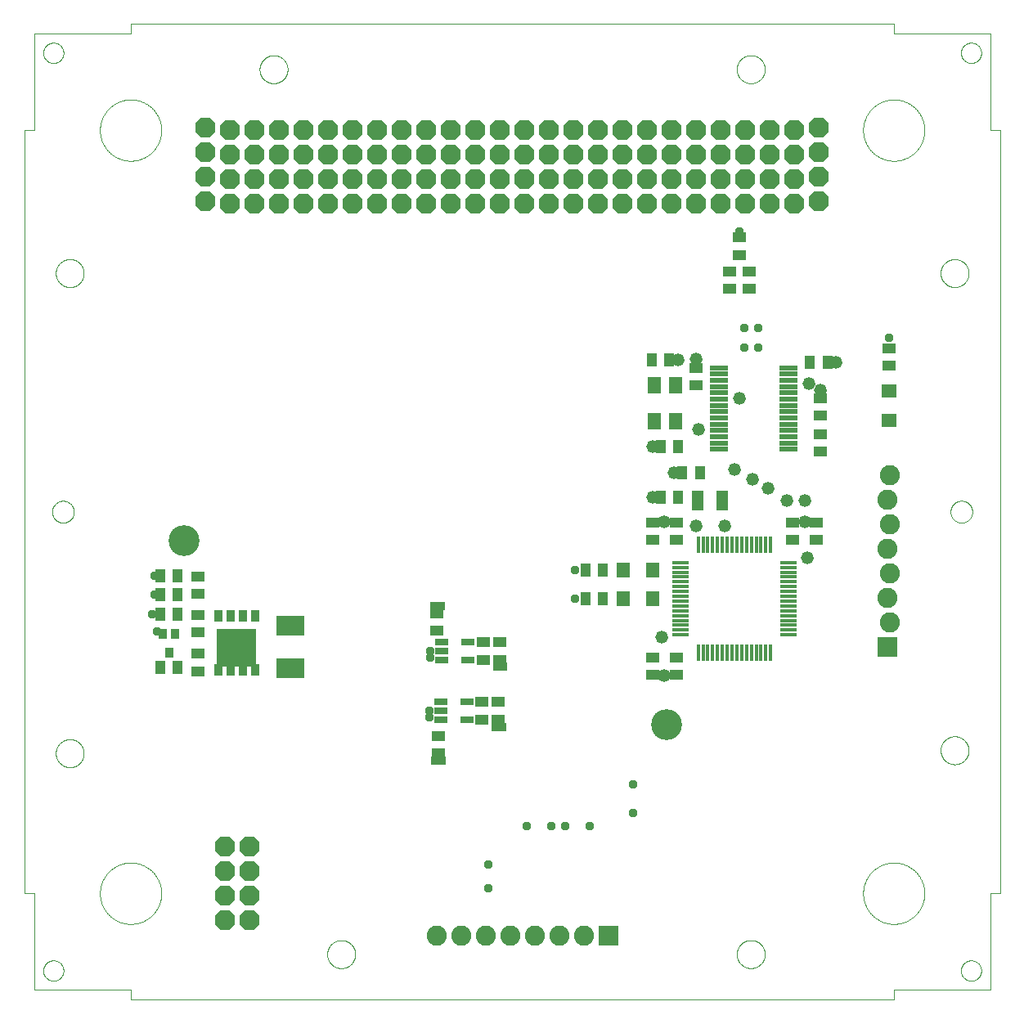
<source format=gts>
G75*
%MOIN*%
%OFA0B0*%
%FSLAX25Y25*%
%IPPOS*%
%LPD*%
%AMOC8*
5,1,8,0,0,1.08239X$1,22.5*
%
%ADD10C,0.00004*%
%ADD11OC8,0.08200*%
%ADD12R,0.08200X0.08200*%
%ADD13C,0.08200*%
%ADD14R,0.05524X0.03162*%
%ADD15R,0.05524X0.03950*%
%ADD16R,0.03950X0.05524*%
%ADD17R,0.03556X0.04343*%
%ADD18R,0.03202X0.04816*%
%ADD19R,0.16194X0.15800*%
%ADD20R,0.11430X0.07887*%
%ADD21R,0.06902X0.01784*%
%ADD22R,0.01784X0.06902*%
%ADD23R,0.07690X0.02375*%
%ADD24R,0.04737X0.07887*%
%ADD25C,0.05200*%
%ADD26R,0.05721X0.07099*%
%ADD27R,0.01784X0.04737*%
%ADD28R,0.04737X0.01784*%
%ADD29R,0.06312X0.05524*%
%ADD30R,0.05524X0.06312*%
%ADD31C,0.03778*%
%ADD32R,0.03778X0.03778*%
%ADD33C,0.12611*%
D10*
X0007306Y0019117D02*
X0046676Y0019117D01*
X0046676Y0015180D01*
X0357699Y0015180D01*
X0357699Y0019117D01*
X0397069Y0019117D01*
X0397069Y0058487D01*
X0401006Y0058487D01*
X0401006Y0369510D01*
X0397069Y0369510D01*
X0397069Y0408880D01*
X0357699Y0408880D01*
X0357699Y0412817D01*
X0046676Y0412817D01*
X0046676Y0408880D01*
X0007306Y0408880D01*
X0007306Y0369510D01*
X0003369Y0369510D01*
X0003369Y0058487D01*
X0007306Y0058487D01*
X0007306Y0019117D01*
X0011046Y0026991D02*
X0011048Y0027119D01*
X0011054Y0027247D01*
X0011064Y0027374D01*
X0011078Y0027502D01*
X0011095Y0027628D01*
X0011117Y0027754D01*
X0011143Y0027880D01*
X0011172Y0028004D01*
X0011205Y0028128D01*
X0011242Y0028250D01*
X0011283Y0028371D01*
X0011328Y0028491D01*
X0011376Y0028610D01*
X0011428Y0028727D01*
X0011484Y0028842D01*
X0011543Y0028956D01*
X0011605Y0029067D01*
X0011671Y0029177D01*
X0011740Y0029284D01*
X0011813Y0029390D01*
X0011889Y0029493D01*
X0011968Y0029593D01*
X0012050Y0029692D01*
X0012135Y0029787D01*
X0012223Y0029880D01*
X0012314Y0029970D01*
X0012407Y0030057D01*
X0012504Y0030142D01*
X0012602Y0030223D01*
X0012704Y0030301D01*
X0012807Y0030376D01*
X0012913Y0030448D01*
X0013021Y0030517D01*
X0013131Y0030582D01*
X0013244Y0030643D01*
X0013358Y0030702D01*
X0013473Y0030756D01*
X0013591Y0030807D01*
X0013709Y0030855D01*
X0013830Y0030898D01*
X0013951Y0030938D01*
X0014074Y0030974D01*
X0014198Y0031007D01*
X0014323Y0031035D01*
X0014448Y0031060D01*
X0014574Y0031080D01*
X0014701Y0031097D01*
X0014829Y0031110D01*
X0014956Y0031119D01*
X0015084Y0031124D01*
X0015212Y0031125D01*
X0015340Y0031122D01*
X0015468Y0031115D01*
X0015595Y0031104D01*
X0015722Y0031089D01*
X0015849Y0031071D01*
X0015975Y0031048D01*
X0016100Y0031021D01*
X0016224Y0030991D01*
X0016347Y0030957D01*
X0016470Y0030919D01*
X0016591Y0030877D01*
X0016710Y0030831D01*
X0016828Y0030782D01*
X0016945Y0030729D01*
X0017060Y0030673D01*
X0017173Y0030613D01*
X0017284Y0030550D01*
X0017393Y0030483D01*
X0017500Y0030413D01*
X0017605Y0030339D01*
X0017707Y0030263D01*
X0017807Y0030183D01*
X0017905Y0030100D01*
X0018000Y0030014D01*
X0018092Y0029925D01*
X0018181Y0029834D01*
X0018268Y0029740D01*
X0018351Y0029643D01*
X0018432Y0029543D01*
X0018509Y0029442D01*
X0018584Y0029337D01*
X0018655Y0029231D01*
X0018722Y0029122D01*
X0018787Y0029012D01*
X0018847Y0028899D01*
X0018905Y0028785D01*
X0018958Y0028669D01*
X0019008Y0028551D01*
X0019055Y0028432D01*
X0019098Y0028311D01*
X0019137Y0028189D01*
X0019172Y0028066D01*
X0019203Y0027942D01*
X0019231Y0027817D01*
X0019254Y0027691D01*
X0019274Y0027565D01*
X0019290Y0027438D01*
X0019302Y0027311D01*
X0019310Y0027183D01*
X0019314Y0027055D01*
X0019314Y0026927D01*
X0019310Y0026799D01*
X0019302Y0026671D01*
X0019290Y0026544D01*
X0019274Y0026417D01*
X0019254Y0026291D01*
X0019231Y0026165D01*
X0019203Y0026040D01*
X0019172Y0025916D01*
X0019137Y0025793D01*
X0019098Y0025671D01*
X0019055Y0025550D01*
X0019008Y0025431D01*
X0018958Y0025313D01*
X0018905Y0025197D01*
X0018847Y0025083D01*
X0018787Y0024970D01*
X0018722Y0024860D01*
X0018655Y0024751D01*
X0018584Y0024645D01*
X0018509Y0024540D01*
X0018432Y0024439D01*
X0018351Y0024339D01*
X0018268Y0024242D01*
X0018181Y0024148D01*
X0018092Y0024057D01*
X0018000Y0023968D01*
X0017905Y0023882D01*
X0017807Y0023799D01*
X0017707Y0023719D01*
X0017605Y0023643D01*
X0017500Y0023569D01*
X0017393Y0023499D01*
X0017284Y0023432D01*
X0017173Y0023369D01*
X0017060Y0023309D01*
X0016945Y0023253D01*
X0016828Y0023200D01*
X0016710Y0023151D01*
X0016591Y0023105D01*
X0016470Y0023063D01*
X0016347Y0023025D01*
X0016224Y0022991D01*
X0016100Y0022961D01*
X0015975Y0022934D01*
X0015849Y0022911D01*
X0015722Y0022893D01*
X0015595Y0022878D01*
X0015468Y0022867D01*
X0015340Y0022860D01*
X0015212Y0022857D01*
X0015084Y0022858D01*
X0014956Y0022863D01*
X0014829Y0022872D01*
X0014701Y0022885D01*
X0014574Y0022902D01*
X0014448Y0022922D01*
X0014323Y0022947D01*
X0014198Y0022975D01*
X0014074Y0023008D01*
X0013951Y0023044D01*
X0013830Y0023084D01*
X0013709Y0023127D01*
X0013591Y0023175D01*
X0013473Y0023226D01*
X0013358Y0023280D01*
X0013244Y0023339D01*
X0013131Y0023400D01*
X0013021Y0023465D01*
X0012913Y0023534D01*
X0012807Y0023606D01*
X0012704Y0023681D01*
X0012602Y0023759D01*
X0012504Y0023840D01*
X0012407Y0023925D01*
X0012314Y0024012D01*
X0012223Y0024102D01*
X0012135Y0024195D01*
X0012050Y0024290D01*
X0011968Y0024389D01*
X0011889Y0024489D01*
X0011813Y0024592D01*
X0011740Y0024698D01*
X0011671Y0024805D01*
X0011605Y0024915D01*
X0011543Y0025026D01*
X0011484Y0025140D01*
X0011428Y0025255D01*
X0011376Y0025372D01*
X0011328Y0025491D01*
X0011283Y0025611D01*
X0011242Y0025732D01*
X0011205Y0025854D01*
X0011172Y0025978D01*
X0011143Y0026102D01*
X0011117Y0026228D01*
X0011095Y0026354D01*
X0011078Y0026480D01*
X0011064Y0026608D01*
X0011054Y0026735D01*
X0011048Y0026863D01*
X0011046Y0026991D01*
X0034176Y0058487D02*
X0034180Y0058794D01*
X0034191Y0059100D01*
X0034210Y0059407D01*
X0034236Y0059712D01*
X0034270Y0060017D01*
X0034311Y0060321D01*
X0034360Y0060624D01*
X0034416Y0060926D01*
X0034480Y0061226D01*
X0034551Y0061524D01*
X0034629Y0061821D01*
X0034714Y0062116D01*
X0034807Y0062408D01*
X0034907Y0062698D01*
X0035014Y0062986D01*
X0035128Y0063271D01*
X0035248Y0063553D01*
X0035376Y0063831D01*
X0035511Y0064107D01*
X0035652Y0064379D01*
X0035800Y0064648D01*
X0035954Y0064913D01*
X0036115Y0065174D01*
X0036283Y0065432D01*
X0036456Y0065685D01*
X0036636Y0065933D01*
X0036822Y0066177D01*
X0037013Y0066417D01*
X0037211Y0066652D01*
X0037414Y0066881D01*
X0037623Y0067106D01*
X0037837Y0067326D01*
X0038057Y0067540D01*
X0038282Y0067749D01*
X0038511Y0067952D01*
X0038746Y0068150D01*
X0038986Y0068341D01*
X0039230Y0068527D01*
X0039478Y0068707D01*
X0039731Y0068880D01*
X0039989Y0069048D01*
X0040250Y0069209D01*
X0040515Y0069363D01*
X0040784Y0069511D01*
X0041056Y0069652D01*
X0041332Y0069787D01*
X0041610Y0069915D01*
X0041892Y0070035D01*
X0042177Y0070149D01*
X0042465Y0070256D01*
X0042755Y0070356D01*
X0043047Y0070449D01*
X0043342Y0070534D01*
X0043639Y0070612D01*
X0043937Y0070683D01*
X0044237Y0070747D01*
X0044539Y0070803D01*
X0044842Y0070852D01*
X0045146Y0070893D01*
X0045451Y0070927D01*
X0045756Y0070953D01*
X0046063Y0070972D01*
X0046369Y0070983D01*
X0046676Y0070987D01*
X0046983Y0070983D01*
X0047289Y0070972D01*
X0047596Y0070953D01*
X0047901Y0070927D01*
X0048206Y0070893D01*
X0048510Y0070852D01*
X0048813Y0070803D01*
X0049115Y0070747D01*
X0049415Y0070683D01*
X0049713Y0070612D01*
X0050010Y0070534D01*
X0050305Y0070449D01*
X0050597Y0070356D01*
X0050887Y0070256D01*
X0051175Y0070149D01*
X0051460Y0070035D01*
X0051742Y0069915D01*
X0052020Y0069787D01*
X0052296Y0069652D01*
X0052568Y0069511D01*
X0052837Y0069363D01*
X0053102Y0069209D01*
X0053363Y0069048D01*
X0053621Y0068880D01*
X0053874Y0068707D01*
X0054122Y0068527D01*
X0054366Y0068341D01*
X0054606Y0068150D01*
X0054841Y0067952D01*
X0055070Y0067749D01*
X0055295Y0067540D01*
X0055515Y0067326D01*
X0055729Y0067106D01*
X0055938Y0066881D01*
X0056141Y0066652D01*
X0056339Y0066417D01*
X0056530Y0066177D01*
X0056716Y0065933D01*
X0056896Y0065685D01*
X0057069Y0065432D01*
X0057237Y0065174D01*
X0057398Y0064913D01*
X0057552Y0064648D01*
X0057700Y0064379D01*
X0057841Y0064107D01*
X0057976Y0063831D01*
X0058104Y0063553D01*
X0058224Y0063271D01*
X0058338Y0062986D01*
X0058445Y0062698D01*
X0058545Y0062408D01*
X0058638Y0062116D01*
X0058723Y0061821D01*
X0058801Y0061524D01*
X0058872Y0061226D01*
X0058936Y0060926D01*
X0058992Y0060624D01*
X0059041Y0060321D01*
X0059082Y0060017D01*
X0059116Y0059712D01*
X0059142Y0059407D01*
X0059161Y0059100D01*
X0059172Y0058794D01*
X0059176Y0058487D01*
X0059172Y0058180D01*
X0059161Y0057874D01*
X0059142Y0057567D01*
X0059116Y0057262D01*
X0059082Y0056957D01*
X0059041Y0056653D01*
X0058992Y0056350D01*
X0058936Y0056048D01*
X0058872Y0055748D01*
X0058801Y0055450D01*
X0058723Y0055153D01*
X0058638Y0054858D01*
X0058545Y0054566D01*
X0058445Y0054276D01*
X0058338Y0053988D01*
X0058224Y0053703D01*
X0058104Y0053421D01*
X0057976Y0053143D01*
X0057841Y0052867D01*
X0057700Y0052595D01*
X0057552Y0052326D01*
X0057398Y0052061D01*
X0057237Y0051800D01*
X0057069Y0051542D01*
X0056896Y0051289D01*
X0056716Y0051041D01*
X0056530Y0050797D01*
X0056339Y0050557D01*
X0056141Y0050322D01*
X0055938Y0050093D01*
X0055729Y0049868D01*
X0055515Y0049648D01*
X0055295Y0049434D01*
X0055070Y0049225D01*
X0054841Y0049022D01*
X0054606Y0048824D01*
X0054366Y0048633D01*
X0054122Y0048447D01*
X0053874Y0048267D01*
X0053621Y0048094D01*
X0053363Y0047926D01*
X0053102Y0047765D01*
X0052837Y0047611D01*
X0052568Y0047463D01*
X0052296Y0047322D01*
X0052020Y0047187D01*
X0051742Y0047059D01*
X0051460Y0046939D01*
X0051175Y0046825D01*
X0050887Y0046718D01*
X0050597Y0046618D01*
X0050305Y0046525D01*
X0050010Y0046440D01*
X0049713Y0046362D01*
X0049415Y0046291D01*
X0049115Y0046227D01*
X0048813Y0046171D01*
X0048510Y0046122D01*
X0048206Y0046081D01*
X0047901Y0046047D01*
X0047596Y0046021D01*
X0047289Y0046002D01*
X0046983Y0045991D01*
X0046676Y0045987D01*
X0046369Y0045991D01*
X0046063Y0046002D01*
X0045756Y0046021D01*
X0045451Y0046047D01*
X0045146Y0046081D01*
X0044842Y0046122D01*
X0044539Y0046171D01*
X0044237Y0046227D01*
X0043937Y0046291D01*
X0043639Y0046362D01*
X0043342Y0046440D01*
X0043047Y0046525D01*
X0042755Y0046618D01*
X0042465Y0046718D01*
X0042177Y0046825D01*
X0041892Y0046939D01*
X0041610Y0047059D01*
X0041332Y0047187D01*
X0041056Y0047322D01*
X0040784Y0047463D01*
X0040515Y0047611D01*
X0040250Y0047765D01*
X0039989Y0047926D01*
X0039731Y0048094D01*
X0039478Y0048267D01*
X0039230Y0048447D01*
X0038986Y0048633D01*
X0038746Y0048824D01*
X0038511Y0049022D01*
X0038282Y0049225D01*
X0038057Y0049434D01*
X0037837Y0049648D01*
X0037623Y0049868D01*
X0037414Y0050093D01*
X0037211Y0050322D01*
X0037013Y0050557D01*
X0036822Y0050797D01*
X0036636Y0051041D01*
X0036456Y0051289D01*
X0036283Y0051542D01*
X0036115Y0051800D01*
X0035954Y0052061D01*
X0035800Y0052326D01*
X0035652Y0052595D01*
X0035511Y0052867D01*
X0035376Y0053143D01*
X0035248Y0053421D01*
X0035128Y0053703D01*
X0035014Y0053988D01*
X0034907Y0054276D01*
X0034807Y0054566D01*
X0034714Y0054858D01*
X0034629Y0055153D01*
X0034551Y0055450D01*
X0034480Y0055748D01*
X0034416Y0056048D01*
X0034360Y0056350D01*
X0034311Y0056653D01*
X0034270Y0056957D01*
X0034236Y0057262D01*
X0034210Y0057567D01*
X0034191Y0057874D01*
X0034180Y0058180D01*
X0034176Y0058487D01*
X0016163Y0115573D02*
X0016165Y0115724D01*
X0016171Y0115874D01*
X0016181Y0116025D01*
X0016195Y0116175D01*
X0016213Y0116324D01*
X0016234Y0116474D01*
X0016260Y0116622D01*
X0016290Y0116770D01*
X0016323Y0116917D01*
X0016361Y0117063D01*
X0016402Y0117208D01*
X0016447Y0117352D01*
X0016496Y0117494D01*
X0016549Y0117635D01*
X0016605Y0117775D01*
X0016665Y0117913D01*
X0016728Y0118050D01*
X0016796Y0118185D01*
X0016866Y0118318D01*
X0016940Y0118449D01*
X0017018Y0118578D01*
X0017099Y0118705D01*
X0017183Y0118830D01*
X0017271Y0118953D01*
X0017362Y0119073D01*
X0017456Y0119191D01*
X0017553Y0119306D01*
X0017653Y0119419D01*
X0017756Y0119529D01*
X0017862Y0119636D01*
X0017971Y0119741D01*
X0018082Y0119842D01*
X0018196Y0119941D01*
X0018312Y0120036D01*
X0018432Y0120129D01*
X0018553Y0120218D01*
X0018677Y0120304D01*
X0018803Y0120387D01*
X0018931Y0120466D01*
X0019061Y0120542D01*
X0019193Y0120615D01*
X0019327Y0120683D01*
X0019463Y0120749D01*
X0019601Y0120811D01*
X0019740Y0120869D01*
X0019880Y0120923D01*
X0020022Y0120974D01*
X0020165Y0121021D01*
X0020310Y0121064D01*
X0020455Y0121103D01*
X0020602Y0121139D01*
X0020749Y0121170D01*
X0020897Y0121198D01*
X0021046Y0121222D01*
X0021195Y0121242D01*
X0021345Y0121258D01*
X0021495Y0121270D01*
X0021646Y0121278D01*
X0021797Y0121282D01*
X0021947Y0121282D01*
X0022098Y0121278D01*
X0022249Y0121270D01*
X0022399Y0121258D01*
X0022549Y0121242D01*
X0022698Y0121222D01*
X0022847Y0121198D01*
X0022995Y0121170D01*
X0023142Y0121139D01*
X0023289Y0121103D01*
X0023434Y0121064D01*
X0023579Y0121021D01*
X0023722Y0120974D01*
X0023864Y0120923D01*
X0024004Y0120869D01*
X0024143Y0120811D01*
X0024281Y0120749D01*
X0024417Y0120683D01*
X0024551Y0120615D01*
X0024683Y0120542D01*
X0024813Y0120466D01*
X0024941Y0120387D01*
X0025067Y0120304D01*
X0025191Y0120218D01*
X0025312Y0120129D01*
X0025432Y0120036D01*
X0025548Y0119941D01*
X0025662Y0119842D01*
X0025773Y0119741D01*
X0025882Y0119636D01*
X0025988Y0119529D01*
X0026091Y0119419D01*
X0026191Y0119306D01*
X0026288Y0119191D01*
X0026382Y0119073D01*
X0026473Y0118953D01*
X0026561Y0118830D01*
X0026645Y0118705D01*
X0026726Y0118578D01*
X0026804Y0118449D01*
X0026878Y0118318D01*
X0026948Y0118185D01*
X0027016Y0118050D01*
X0027079Y0117913D01*
X0027139Y0117775D01*
X0027195Y0117635D01*
X0027248Y0117494D01*
X0027297Y0117352D01*
X0027342Y0117208D01*
X0027383Y0117063D01*
X0027421Y0116917D01*
X0027454Y0116770D01*
X0027484Y0116622D01*
X0027510Y0116474D01*
X0027531Y0116324D01*
X0027549Y0116175D01*
X0027563Y0116025D01*
X0027573Y0115874D01*
X0027579Y0115724D01*
X0027581Y0115573D01*
X0027579Y0115422D01*
X0027573Y0115272D01*
X0027563Y0115121D01*
X0027549Y0114971D01*
X0027531Y0114822D01*
X0027510Y0114672D01*
X0027484Y0114524D01*
X0027454Y0114376D01*
X0027421Y0114229D01*
X0027383Y0114083D01*
X0027342Y0113938D01*
X0027297Y0113794D01*
X0027248Y0113652D01*
X0027195Y0113511D01*
X0027139Y0113371D01*
X0027079Y0113233D01*
X0027016Y0113096D01*
X0026948Y0112961D01*
X0026878Y0112828D01*
X0026804Y0112697D01*
X0026726Y0112568D01*
X0026645Y0112441D01*
X0026561Y0112316D01*
X0026473Y0112193D01*
X0026382Y0112073D01*
X0026288Y0111955D01*
X0026191Y0111840D01*
X0026091Y0111727D01*
X0025988Y0111617D01*
X0025882Y0111510D01*
X0025773Y0111405D01*
X0025662Y0111304D01*
X0025548Y0111205D01*
X0025432Y0111110D01*
X0025312Y0111017D01*
X0025191Y0110928D01*
X0025067Y0110842D01*
X0024941Y0110759D01*
X0024813Y0110680D01*
X0024683Y0110604D01*
X0024551Y0110531D01*
X0024417Y0110463D01*
X0024281Y0110397D01*
X0024143Y0110335D01*
X0024004Y0110277D01*
X0023864Y0110223D01*
X0023722Y0110172D01*
X0023579Y0110125D01*
X0023434Y0110082D01*
X0023289Y0110043D01*
X0023142Y0110007D01*
X0022995Y0109976D01*
X0022847Y0109948D01*
X0022698Y0109924D01*
X0022549Y0109904D01*
X0022399Y0109888D01*
X0022249Y0109876D01*
X0022098Y0109868D01*
X0021947Y0109864D01*
X0021797Y0109864D01*
X0021646Y0109868D01*
X0021495Y0109876D01*
X0021345Y0109888D01*
X0021195Y0109904D01*
X0021046Y0109924D01*
X0020897Y0109948D01*
X0020749Y0109976D01*
X0020602Y0110007D01*
X0020455Y0110043D01*
X0020310Y0110082D01*
X0020165Y0110125D01*
X0020022Y0110172D01*
X0019880Y0110223D01*
X0019740Y0110277D01*
X0019601Y0110335D01*
X0019463Y0110397D01*
X0019327Y0110463D01*
X0019193Y0110531D01*
X0019061Y0110604D01*
X0018931Y0110680D01*
X0018803Y0110759D01*
X0018677Y0110842D01*
X0018553Y0110928D01*
X0018432Y0111017D01*
X0018312Y0111110D01*
X0018196Y0111205D01*
X0018082Y0111304D01*
X0017971Y0111405D01*
X0017862Y0111510D01*
X0017756Y0111617D01*
X0017653Y0111727D01*
X0017553Y0111840D01*
X0017456Y0111955D01*
X0017362Y0112073D01*
X0017271Y0112193D01*
X0017183Y0112316D01*
X0017099Y0112441D01*
X0017018Y0112568D01*
X0016940Y0112697D01*
X0016866Y0112828D01*
X0016796Y0112961D01*
X0016728Y0113096D01*
X0016665Y0113233D01*
X0016605Y0113371D01*
X0016549Y0113511D01*
X0016496Y0113652D01*
X0016447Y0113794D01*
X0016402Y0113938D01*
X0016361Y0114083D01*
X0016323Y0114229D01*
X0016290Y0114376D01*
X0016260Y0114524D01*
X0016234Y0114672D01*
X0016213Y0114822D01*
X0016195Y0114971D01*
X0016181Y0115121D01*
X0016171Y0115272D01*
X0016165Y0115422D01*
X0016163Y0115573D01*
X0014668Y0213998D02*
X0014670Y0214131D01*
X0014676Y0214264D01*
X0014686Y0214397D01*
X0014700Y0214529D01*
X0014718Y0214661D01*
X0014739Y0214792D01*
X0014765Y0214923D01*
X0014795Y0215053D01*
X0014828Y0215182D01*
X0014866Y0215309D01*
X0014907Y0215436D01*
X0014952Y0215561D01*
X0015000Y0215685D01*
X0015053Y0215808D01*
X0015109Y0215928D01*
X0015168Y0216047D01*
X0015231Y0216165D01*
X0015298Y0216280D01*
X0015368Y0216393D01*
X0015441Y0216504D01*
X0015518Y0216613D01*
X0015598Y0216720D01*
X0015681Y0216824D01*
X0015767Y0216925D01*
X0015856Y0217024D01*
X0015948Y0217120D01*
X0016042Y0217214D01*
X0016140Y0217304D01*
X0016240Y0217392D01*
X0016343Y0217476D01*
X0016448Y0217558D01*
X0016556Y0217636D01*
X0016666Y0217711D01*
X0016778Y0217783D01*
X0016893Y0217851D01*
X0017009Y0217916D01*
X0017127Y0217977D01*
X0017247Y0218035D01*
X0017368Y0218089D01*
X0017492Y0218139D01*
X0017616Y0218186D01*
X0017742Y0218229D01*
X0017869Y0218268D01*
X0017998Y0218304D01*
X0018127Y0218335D01*
X0018257Y0218363D01*
X0018388Y0218387D01*
X0018520Y0218407D01*
X0018652Y0218423D01*
X0018785Y0218435D01*
X0018917Y0218443D01*
X0019050Y0218447D01*
X0019184Y0218447D01*
X0019317Y0218443D01*
X0019449Y0218435D01*
X0019582Y0218423D01*
X0019714Y0218407D01*
X0019846Y0218387D01*
X0019977Y0218363D01*
X0020107Y0218335D01*
X0020236Y0218304D01*
X0020365Y0218268D01*
X0020492Y0218229D01*
X0020618Y0218186D01*
X0020742Y0218139D01*
X0020866Y0218089D01*
X0020987Y0218035D01*
X0021107Y0217977D01*
X0021225Y0217916D01*
X0021342Y0217851D01*
X0021456Y0217783D01*
X0021568Y0217711D01*
X0021678Y0217636D01*
X0021786Y0217558D01*
X0021891Y0217476D01*
X0021994Y0217392D01*
X0022094Y0217304D01*
X0022192Y0217214D01*
X0022286Y0217120D01*
X0022378Y0217024D01*
X0022467Y0216925D01*
X0022553Y0216824D01*
X0022636Y0216720D01*
X0022716Y0216613D01*
X0022793Y0216504D01*
X0022866Y0216393D01*
X0022936Y0216280D01*
X0023003Y0216165D01*
X0023066Y0216047D01*
X0023125Y0215928D01*
X0023181Y0215808D01*
X0023234Y0215685D01*
X0023282Y0215561D01*
X0023327Y0215436D01*
X0023368Y0215309D01*
X0023406Y0215182D01*
X0023439Y0215053D01*
X0023469Y0214923D01*
X0023495Y0214792D01*
X0023516Y0214661D01*
X0023534Y0214529D01*
X0023548Y0214397D01*
X0023558Y0214264D01*
X0023564Y0214131D01*
X0023566Y0213998D01*
X0023564Y0213865D01*
X0023558Y0213732D01*
X0023548Y0213599D01*
X0023534Y0213467D01*
X0023516Y0213335D01*
X0023495Y0213204D01*
X0023469Y0213073D01*
X0023439Y0212943D01*
X0023406Y0212814D01*
X0023368Y0212687D01*
X0023327Y0212560D01*
X0023282Y0212435D01*
X0023234Y0212311D01*
X0023181Y0212188D01*
X0023125Y0212068D01*
X0023066Y0211949D01*
X0023003Y0211831D01*
X0022936Y0211716D01*
X0022866Y0211603D01*
X0022793Y0211492D01*
X0022716Y0211383D01*
X0022636Y0211276D01*
X0022553Y0211172D01*
X0022467Y0211071D01*
X0022378Y0210972D01*
X0022286Y0210876D01*
X0022192Y0210782D01*
X0022094Y0210692D01*
X0021994Y0210604D01*
X0021891Y0210520D01*
X0021786Y0210438D01*
X0021678Y0210360D01*
X0021568Y0210285D01*
X0021456Y0210213D01*
X0021341Y0210145D01*
X0021225Y0210080D01*
X0021107Y0210019D01*
X0020987Y0209961D01*
X0020866Y0209907D01*
X0020742Y0209857D01*
X0020618Y0209810D01*
X0020492Y0209767D01*
X0020365Y0209728D01*
X0020236Y0209692D01*
X0020107Y0209661D01*
X0019977Y0209633D01*
X0019846Y0209609D01*
X0019714Y0209589D01*
X0019582Y0209573D01*
X0019449Y0209561D01*
X0019317Y0209553D01*
X0019184Y0209549D01*
X0019050Y0209549D01*
X0018917Y0209553D01*
X0018785Y0209561D01*
X0018652Y0209573D01*
X0018520Y0209589D01*
X0018388Y0209609D01*
X0018257Y0209633D01*
X0018127Y0209661D01*
X0017998Y0209692D01*
X0017869Y0209728D01*
X0017742Y0209767D01*
X0017616Y0209810D01*
X0017492Y0209857D01*
X0017368Y0209907D01*
X0017247Y0209961D01*
X0017127Y0210019D01*
X0017009Y0210080D01*
X0016892Y0210145D01*
X0016778Y0210213D01*
X0016666Y0210285D01*
X0016556Y0210360D01*
X0016448Y0210438D01*
X0016343Y0210520D01*
X0016240Y0210604D01*
X0016140Y0210692D01*
X0016042Y0210782D01*
X0015948Y0210876D01*
X0015856Y0210972D01*
X0015767Y0211071D01*
X0015681Y0211172D01*
X0015598Y0211276D01*
X0015518Y0211383D01*
X0015441Y0211492D01*
X0015368Y0211603D01*
X0015298Y0211716D01*
X0015231Y0211831D01*
X0015168Y0211949D01*
X0015109Y0212068D01*
X0015053Y0212188D01*
X0015000Y0212311D01*
X0014952Y0212435D01*
X0014907Y0212560D01*
X0014866Y0212687D01*
X0014828Y0212814D01*
X0014795Y0212943D01*
X0014765Y0213073D01*
X0014739Y0213204D01*
X0014718Y0213335D01*
X0014700Y0213467D01*
X0014686Y0213599D01*
X0014676Y0213732D01*
X0014670Y0213865D01*
X0014668Y0213998D01*
X0016163Y0311243D02*
X0016165Y0311394D01*
X0016171Y0311544D01*
X0016181Y0311695D01*
X0016195Y0311845D01*
X0016213Y0311994D01*
X0016234Y0312144D01*
X0016260Y0312292D01*
X0016290Y0312440D01*
X0016323Y0312587D01*
X0016361Y0312733D01*
X0016402Y0312878D01*
X0016447Y0313022D01*
X0016496Y0313164D01*
X0016549Y0313305D01*
X0016605Y0313445D01*
X0016665Y0313583D01*
X0016728Y0313720D01*
X0016796Y0313855D01*
X0016866Y0313988D01*
X0016940Y0314119D01*
X0017018Y0314248D01*
X0017099Y0314375D01*
X0017183Y0314500D01*
X0017271Y0314623D01*
X0017362Y0314743D01*
X0017456Y0314861D01*
X0017553Y0314976D01*
X0017653Y0315089D01*
X0017756Y0315199D01*
X0017862Y0315306D01*
X0017971Y0315411D01*
X0018082Y0315512D01*
X0018196Y0315611D01*
X0018312Y0315706D01*
X0018432Y0315799D01*
X0018553Y0315888D01*
X0018677Y0315974D01*
X0018803Y0316057D01*
X0018931Y0316136D01*
X0019061Y0316212D01*
X0019193Y0316285D01*
X0019327Y0316353D01*
X0019463Y0316419D01*
X0019601Y0316481D01*
X0019740Y0316539D01*
X0019880Y0316593D01*
X0020022Y0316644D01*
X0020165Y0316691D01*
X0020310Y0316734D01*
X0020455Y0316773D01*
X0020602Y0316809D01*
X0020749Y0316840D01*
X0020897Y0316868D01*
X0021046Y0316892D01*
X0021195Y0316912D01*
X0021345Y0316928D01*
X0021495Y0316940D01*
X0021646Y0316948D01*
X0021797Y0316952D01*
X0021947Y0316952D01*
X0022098Y0316948D01*
X0022249Y0316940D01*
X0022399Y0316928D01*
X0022549Y0316912D01*
X0022698Y0316892D01*
X0022847Y0316868D01*
X0022995Y0316840D01*
X0023142Y0316809D01*
X0023289Y0316773D01*
X0023434Y0316734D01*
X0023579Y0316691D01*
X0023722Y0316644D01*
X0023864Y0316593D01*
X0024004Y0316539D01*
X0024143Y0316481D01*
X0024281Y0316419D01*
X0024417Y0316353D01*
X0024551Y0316285D01*
X0024683Y0316212D01*
X0024813Y0316136D01*
X0024941Y0316057D01*
X0025067Y0315974D01*
X0025191Y0315888D01*
X0025312Y0315799D01*
X0025432Y0315706D01*
X0025548Y0315611D01*
X0025662Y0315512D01*
X0025773Y0315411D01*
X0025882Y0315306D01*
X0025988Y0315199D01*
X0026091Y0315089D01*
X0026191Y0314976D01*
X0026288Y0314861D01*
X0026382Y0314743D01*
X0026473Y0314623D01*
X0026561Y0314500D01*
X0026645Y0314375D01*
X0026726Y0314248D01*
X0026804Y0314119D01*
X0026878Y0313988D01*
X0026948Y0313855D01*
X0027016Y0313720D01*
X0027079Y0313583D01*
X0027139Y0313445D01*
X0027195Y0313305D01*
X0027248Y0313164D01*
X0027297Y0313022D01*
X0027342Y0312878D01*
X0027383Y0312733D01*
X0027421Y0312587D01*
X0027454Y0312440D01*
X0027484Y0312292D01*
X0027510Y0312144D01*
X0027531Y0311994D01*
X0027549Y0311845D01*
X0027563Y0311695D01*
X0027573Y0311544D01*
X0027579Y0311394D01*
X0027581Y0311243D01*
X0027579Y0311092D01*
X0027573Y0310942D01*
X0027563Y0310791D01*
X0027549Y0310641D01*
X0027531Y0310492D01*
X0027510Y0310342D01*
X0027484Y0310194D01*
X0027454Y0310046D01*
X0027421Y0309899D01*
X0027383Y0309753D01*
X0027342Y0309608D01*
X0027297Y0309464D01*
X0027248Y0309322D01*
X0027195Y0309181D01*
X0027139Y0309041D01*
X0027079Y0308903D01*
X0027016Y0308766D01*
X0026948Y0308631D01*
X0026878Y0308498D01*
X0026804Y0308367D01*
X0026726Y0308238D01*
X0026645Y0308111D01*
X0026561Y0307986D01*
X0026473Y0307863D01*
X0026382Y0307743D01*
X0026288Y0307625D01*
X0026191Y0307510D01*
X0026091Y0307397D01*
X0025988Y0307287D01*
X0025882Y0307180D01*
X0025773Y0307075D01*
X0025662Y0306974D01*
X0025548Y0306875D01*
X0025432Y0306780D01*
X0025312Y0306687D01*
X0025191Y0306598D01*
X0025067Y0306512D01*
X0024941Y0306429D01*
X0024813Y0306350D01*
X0024683Y0306274D01*
X0024551Y0306201D01*
X0024417Y0306133D01*
X0024281Y0306067D01*
X0024143Y0306005D01*
X0024004Y0305947D01*
X0023864Y0305893D01*
X0023722Y0305842D01*
X0023579Y0305795D01*
X0023434Y0305752D01*
X0023289Y0305713D01*
X0023142Y0305677D01*
X0022995Y0305646D01*
X0022847Y0305618D01*
X0022698Y0305594D01*
X0022549Y0305574D01*
X0022399Y0305558D01*
X0022249Y0305546D01*
X0022098Y0305538D01*
X0021947Y0305534D01*
X0021797Y0305534D01*
X0021646Y0305538D01*
X0021495Y0305546D01*
X0021345Y0305558D01*
X0021195Y0305574D01*
X0021046Y0305594D01*
X0020897Y0305618D01*
X0020749Y0305646D01*
X0020602Y0305677D01*
X0020455Y0305713D01*
X0020310Y0305752D01*
X0020165Y0305795D01*
X0020022Y0305842D01*
X0019880Y0305893D01*
X0019740Y0305947D01*
X0019601Y0306005D01*
X0019463Y0306067D01*
X0019327Y0306133D01*
X0019193Y0306201D01*
X0019061Y0306274D01*
X0018931Y0306350D01*
X0018803Y0306429D01*
X0018677Y0306512D01*
X0018553Y0306598D01*
X0018432Y0306687D01*
X0018312Y0306780D01*
X0018196Y0306875D01*
X0018082Y0306974D01*
X0017971Y0307075D01*
X0017862Y0307180D01*
X0017756Y0307287D01*
X0017653Y0307397D01*
X0017553Y0307510D01*
X0017456Y0307625D01*
X0017362Y0307743D01*
X0017271Y0307863D01*
X0017183Y0307986D01*
X0017099Y0308111D01*
X0017018Y0308238D01*
X0016940Y0308367D01*
X0016866Y0308498D01*
X0016796Y0308631D01*
X0016728Y0308766D01*
X0016665Y0308903D01*
X0016605Y0309041D01*
X0016549Y0309181D01*
X0016496Y0309322D01*
X0016447Y0309464D01*
X0016402Y0309608D01*
X0016361Y0309753D01*
X0016323Y0309899D01*
X0016290Y0310046D01*
X0016260Y0310194D01*
X0016234Y0310342D01*
X0016213Y0310492D01*
X0016195Y0310641D01*
X0016181Y0310791D01*
X0016171Y0310942D01*
X0016165Y0311092D01*
X0016163Y0311243D01*
X0034176Y0369510D02*
X0034180Y0369817D01*
X0034191Y0370123D01*
X0034210Y0370430D01*
X0034236Y0370735D01*
X0034270Y0371040D01*
X0034311Y0371344D01*
X0034360Y0371647D01*
X0034416Y0371949D01*
X0034480Y0372249D01*
X0034551Y0372547D01*
X0034629Y0372844D01*
X0034714Y0373139D01*
X0034807Y0373431D01*
X0034907Y0373721D01*
X0035014Y0374009D01*
X0035128Y0374294D01*
X0035248Y0374576D01*
X0035376Y0374854D01*
X0035511Y0375130D01*
X0035652Y0375402D01*
X0035800Y0375671D01*
X0035954Y0375936D01*
X0036115Y0376197D01*
X0036283Y0376455D01*
X0036456Y0376708D01*
X0036636Y0376956D01*
X0036822Y0377200D01*
X0037013Y0377440D01*
X0037211Y0377675D01*
X0037414Y0377904D01*
X0037623Y0378129D01*
X0037837Y0378349D01*
X0038057Y0378563D01*
X0038282Y0378772D01*
X0038511Y0378975D01*
X0038746Y0379173D01*
X0038986Y0379364D01*
X0039230Y0379550D01*
X0039478Y0379730D01*
X0039731Y0379903D01*
X0039989Y0380071D01*
X0040250Y0380232D01*
X0040515Y0380386D01*
X0040784Y0380534D01*
X0041056Y0380675D01*
X0041332Y0380810D01*
X0041610Y0380938D01*
X0041892Y0381058D01*
X0042177Y0381172D01*
X0042465Y0381279D01*
X0042755Y0381379D01*
X0043047Y0381472D01*
X0043342Y0381557D01*
X0043639Y0381635D01*
X0043937Y0381706D01*
X0044237Y0381770D01*
X0044539Y0381826D01*
X0044842Y0381875D01*
X0045146Y0381916D01*
X0045451Y0381950D01*
X0045756Y0381976D01*
X0046063Y0381995D01*
X0046369Y0382006D01*
X0046676Y0382010D01*
X0046983Y0382006D01*
X0047289Y0381995D01*
X0047596Y0381976D01*
X0047901Y0381950D01*
X0048206Y0381916D01*
X0048510Y0381875D01*
X0048813Y0381826D01*
X0049115Y0381770D01*
X0049415Y0381706D01*
X0049713Y0381635D01*
X0050010Y0381557D01*
X0050305Y0381472D01*
X0050597Y0381379D01*
X0050887Y0381279D01*
X0051175Y0381172D01*
X0051460Y0381058D01*
X0051742Y0380938D01*
X0052020Y0380810D01*
X0052296Y0380675D01*
X0052568Y0380534D01*
X0052837Y0380386D01*
X0053102Y0380232D01*
X0053363Y0380071D01*
X0053621Y0379903D01*
X0053874Y0379730D01*
X0054122Y0379550D01*
X0054366Y0379364D01*
X0054606Y0379173D01*
X0054841Y0378975D01*
X0055070Y0378772D01*
X0055295Y0378563D01*
X0055515Y0378349D01*
X0055729Y0378129D01*
X0055938Y0377904D01*
X0056141Y0377675D01*
X0056339Y0377440D01*
X0056530Y0377200D01*
X0056716Y0376956D01*
X0056896Y0376708D01*
X0057069Y0376455D01*
X0057237Y0376197D01*
X0057398Y0375936D01*
X0057552Y0375671D01*
X0057700Y0375402D01*
X0057841Y0375130D01*
X0057976Y0374854D01*
X0058104Y0374576D01*
X0058224Y0374294D01*
X0058338Y0374009D01*
X0058445Y0373721D01*
X0058545Y0373431D01*
X0058638Y0373139D01*
X0058723Y0372844D01*
X0058801Y0372547D01*
X0058872Y0372249D01*
X0058936Y0371949D01*
X0058992Y0371647D01*
X0059041Y0371344D01*
X0059082Y0371040D01*
X0059116Y0370735D01*
X0059142Y0370430D01*
X0059161Y0370123D01*
X0059172Y0369817D01*
X0059176Y0369510D01*
X0059172Y0369203D01*
X0059161Y0368897D01*
X0059142Y0368590D01*
X0059116Y0368285D01*
X0059082Y0367980D01*
X0059041Y0367676D01*
X0058992Y0367373D01*
X0058936Y0367071D01*
X0058872Y0366771D01*
X0058801Y0366473D01*
X0058723Y0366176D01*
X0058638Y0365881D01*
X0058545Y0365589D01*
X0058445Y0365299D01*
X0058338Y0365011D01*
X0058224Y0364726D01*
X0058104Y0364444D01*
X0057976Y0364166D01*
X0057841Y0363890D01*
X0057700Y0363618D01*
X0057552Y0363349D01*
X0057398Y0363084D01*
X0057237Y0362823D01*
X0057069Y0362565D01*
X0056896Y0362312D01*
X0056716Y0362064D01*
X0056530Y0361820D01*
X0056339Y0361580D01*
X0056141Y0361345D01*
X0055938Y0361116D01*
X0055729Y0360891D01*
X0055515Y0360671D01*
X0055295Y0360457D01*
X0055070Y0360248D01*
X0054841Y0360045D01*
X0054606Y0359847D01*
X0054366Y0359656D01*
X0054122Y0359470D01*
X0053874Y0359290D01*
X0053621Y0359117D01*
X0053363Y0358949D01*
X0053102Y0358788D01*
X0052837Y0358634D01*
X0052568Y0358486D01*
X0052296Y0358345D01*
X0052020Y0358210D01*
X0051742Y0358082D01*
X0051460Y0357962D01*
X0051175Y0357848D01*
X0050887Y0357741D01*
X0050597Y0357641D01*
X0050305Y0357548D01*
X0050010Y0357463D01*
X0049713Y0357385D01*
X0049415Y0357314D01*
X0049115Y0357250D01*
X0048813Y0357194D01*
X0048510Y0357145D01*
X0048206Y0357104D01*
X0047901Y0357070D01*
X0047596Y0357044D01*
X0047289Y0357025D01*
X0046983Y0357014D01*
X0046676Y0357010D01*
X0046369Y0357014D01*
X0046063Y0357025D01*
X0045756Y0357044D01*
X0045451Y0357070D01*
X0045146Y0357104D01*
X0044842Y0357145D01*
X0044539Y0357194D01*
X0044237Y0357250D01*
X0043937Y0357314D01*
X0043639Y0357385D01*
X0043342Y0357463D01*
X0043047Y0357548D01*
X0042755Y0357641D01*
X0042465Y0357741D01*
X0042177Y0357848D01*
X0041892Y0357962D01*
X0041610Y0358082D01*
X0041332Y0358210D01*
X0041056Y0358345D01*
X0040784Y0358486D01*
X0040515Y0358634D01*
X0040250Y0358788D01*
X0039989Y0358949D01*
X0039731Y0359117D01*
X0039478Y0359290D01*
X0039230Y0359470D01*
X0038986Y0359656D01*
X0038746Y0359847D01*
X0038511Y0360045D01*
X0038282Y0360248D01*
X0038057Y0360457D01*
X0037837Y0360671D01*
X0037623Y0360891D01*
X0037414Y0361116D01*
X0037211Y0361345D01*
X0037013Y0361580D01*
X0036822Y0361820D01*
X0036636Y0362064D01*
X0036456Y0362312D01*
X0036283Y0362565D01*
X0036115Y0362823D01*
X0035954Y0363084D01*
X0035800Y0363349D01*
X0035652Y0363618D01*
X0035511Y0363890D01*
X0035376Y0364166D01*
X0035248Y0364444D01*
X0035128Y0364726D01*
X0035014Y0365011D01*
X0034907Y0365299D01*
X0034807Y0365589D01*
X0034714Y0365881D01*
X0034629Y0366176D01*
X0034551Y0366473D01*
X0034480Y0366771D01*
X0034416Y0367071D01*
X0034360Y0367373D01*
X0034311Y0367676D01*
X0034270Y0367980D01*
X0034236Y0368285D01*
X0034210Y0368590D01*
X0034191Y0368897D01*
X0034180Y0369203D01*
X0034176Y0369510D01*
X0011046Y0401006D02*
X0011048Y0401134D01*
X0011054Y0401262D01*
X0011064Y0401389D01*
X0011078Y0401517D01*
X0011095Y0401643D01*
X0011117Y0401769D01*
X0011143Y0401895D01*
X0011172Y0402019D01*
X0011205Y0402143D01*
X0011242Y0402265D01*
X0011283Y0402386D01*
X0011328Y0402506D01*
X0011376Y0402625D01*
X0011428Y0402742D01*
X0011484Y0402857D01*
X0011543Y0402971D01*
X0011605Y0403082D01*
X0011671Y0403192D01*
X0011740Y0403299D01*
X0011813Y0403405D01*
X0011889Y0403508D01*
X0011968Y0403608D01*
X0012050Y0403707D01*
X0012135Y0403802D01*
X0012223Y0403895D01*
X0012314Y0403985D01*
X0012407Y0404072D01*
X0012504Y0404157D01*
X0012602Y0404238D01*
X0012704Y0404316D01*
X0012807Y0404391D01*
X0012913Y0404463D01*
X0013021Y0404532D01*
X0013131Y0404597D01*
X0013244Y0404658D01*
X0013358Y0404717D01*
X0013473Y0404771D01*
X0013591Y0404822D01*
X0013709Y0404870D01*
X0013830Y0404913D01*
X0013951Y0404953D01*
X0014074Y0404989D01*
X0014198Y0405022D01*
X0014323Y0405050D01*
X0014448Y0405075D01*
X0014574Y0405095D01*
X0014701Y0405112D01*
X0014829Y0405125D01*
X0014956Y0405134D01*
X0015084Y0405139D01*
X0015212Y0405140D01*
X0015340Y0405137D01*
X0015468Y0405130D01*
X0015595Y0405119D01*
X0015722Y0405104D01*
X0015849Y0405086D01*
X0015975Y0405063D01*
X0016100Y0405036D01*
X0016224Y0405006D01*
X0016347Y0404972D01*
X0016470Y0404934D01*
X0016591Y0404892D01*
X0016710Y0404846D01*
X0016828Y0404797D01*
X0016945Y0404744D01*
X0017060Y0404688D01*
X0017173Y0404628D01*
X0017284Y0404565D01*
X0017393Y0404498D01*
X0017500Y0404428D01*
X0017605Y0404354D01*
X0017707Y0404278D01*
X0017807Y0404198D01*
X0017905Y0404115D01*
X0018000Y0404029D01*
X0018092Y0403940D01*
X0018181Y0403849D01*
X0018268Y0403755D01*
X0018351Y0403658D01*
X0018432Y0403558D01*
X0018509Y0403457D01*
X0018584Y0403352D01*
X0018655Y0403246D01*
X0018722Y0403137D01*
X0018787Y0403027D01*
X0018847Y0402914D01*
X0018905Y0402800D01*
X0018958Y0402684D01*
X0019008Y0402566D01*
X0019055Y0402447D01*
X0019098Y0402326D01*
X0019137Y0402204D01*
X0019172Y0402081D01*
X0019203Y0401957D01*
X0019231Y0401832D01*
X0019254Y0401706D01*
X0019274Y0401580D01*
X0019290Y0401453D01*
X0019302Y0401326D01*
X0019310Y0401198D01*
X0019314Y0401070D01*
X0019314Y0400942D01*
X0019310Y0400814D01*
X0019302Y0400686D01*
X0019290Y0400559D01*
X0019274Y0400432D01*
X0019254Y0400306D01*
X0019231Y0400180D01*
X0019203Y0400055D01*
X0019172Y0399931D01*
X0019137Y0399808D01*
X0019098Y0399686D01*
X0019055Y0399565D01*
X0019008Y0399446D01*
X0018958Y0399328D01*
X0018905Y0399212D01*
X0018847Y0399098D01*
X0018787Y0398985D01*
X0018722Y0398875D01*
X0018655Y0398766D01*
X0018584Y0398660D01*
X0018509Y0398555D01*
X0018432Y0398454D01*
X0018351Y0398354D01*
X0018268Y0398257D01*
X0018181Y0398163D01*
X0018092Y0398072D01*
X0018000Y0397983D01*
X0017905Y0397897D01*
X0017807Y0397814D01*
X0017707Y0397734D01*
X0017605Y0397658D01*
X0017500Y0397584D01*
X0017393Y0397514D01*
X0017284Y0397447D01*
X0017173Y0397384D01*
X0017060Y0397324D01*
X0016945Y0397268D01*
X0016828Y0397215D01*
X0016710Y0397166D01*
X0016591Y0397120D01*
X0016470Y0397078D01*
X0016347Y0397040D01*
X0016224Y0397006D01*
X0016100Y0396976D01*
X0015975Y0396949D01*
X0015849Y0396926D01*
X0015722Y0396908D01*
X0015595Y0396893D01*
X0015468Y0396882D01*
X0015340Y0396875D01*
X0015212Y0396872D01*
X0015084Y0396873D01*
X0014956Y0396878D01*
X0014829Y0396887D01*
X0014701Y0396900D01*
X0014574Y0396917D01*
X0014448Y0396937D01*
X0014323Y0396962D01*
X0014198Y0396990D01*
X0014074Y0397023D01*
X0013951Y0397059D01*
X0013830Y0397099D01*
X0013709Y0397142D01*
X0013591Y0397190D01*
X0013473Y0397241D01*
X0013358Y0397295D01*
X0013244Y0397354D01*
X0013131Y0397415D01*
X0013021Y0397480D01*
X0012913Y0397549D01*
X0012807Y0397621D01*
X0012704Y0397696D01*
X0012602Y0397774D01*
X0012504Y0397855D01*
X0012407Y0397940D01*
X0012314Y0398027D01*
X0012223Y0398117D01*
X0012135Y0398210D01*
X0012050Y0398305D01*
X0011968Y0398404D01*
X0011889Y0398504D01*
X0011813Y0398607D01*
X0011740Y0398713D01*
X0011671Y0398820D01*
X0011605Y0398930D01*
X0011543Y0399041D01*
X0011484Y0399155D01*
X0011428Y0399270D01*
X0011376Y0399387D01*
X0011328Y0399506D01*
X0011283Y0399626D01*
X0011242Y0399747D01*
X0011205Y0399869D01*
X0011172Y0399993D01*
X0011143Y0400117D01*
X0011117Y0400243D01*
X0011095Y0400369D01*
X0011078Y0400495D01*
X0011064Y0400623D01*
X0011054Y0400750D01*
X0011048Y0400878D01*
X0011046Y0401006D01*
X0099234Y0394313D02*
X0099236Y0394464D01*
X0099242Y0394614D01*
X0099252Y0394765D01*
X0099266Y0394915D01*
X0099284Y0395064D01*
X0099305Y0395214D01*
X0099331Y0395362D01*
X0099361Y0395510D01*
X0099394Y0395657D01*
X0099432Y0395803D01*
X0099473Y0395948D01*
X0099518Y0396092D01*
X0099567Y0396234D01*
X0099620Y0396375D01*
X0099676Y0396515D01*
X0099736Y0396653D01*
X0099799Y0396790D01*
X0099867Y0396925D01*
X0099937Y0397058D01*
X0100011Y0397189D01*
X0100089Y0397318D01*
X0100170Y0397445D01*
X0100254Y0397570D01*
X0100342Y0397693D01*
X0100433Y0397813D01*
X0100527Y0397931D01*
X0100624Y0398046D01*
X0100724Y0398159D01*
X0100827Y0398269D01*
X0100933Y0398376D01*
X0101042Y0398481D01*
X0101153Y0398582D01*
X0101267Y0398681D01*
X0101383Y0398776D01*
X0101503Y0398869D01*
X0101624Y0398958D01*
X0101748Y0399044D01*
X0101874Y0399127D01*
X0102002Y0399206D01*
X0102132Y0399282D01*
X0102264Y0399355D01*
X0102398Y0399423D01*
X0102534Y0399489D01*
X0102672Y0399551D01*
X0102811Y0399609D01*
X0102951Y0399663D01*
X0103093Y0399714D01*
X0103236Y0399761D01*
X0103381Y0399804D01*
X0103526Y0399843D01*
X0103673Y0399879D01*
X0103820Y0399910D01*
X0103968Y0399938D01*
X0104117Y0399962D01*
X0104266Y0399982D01*
X0104416Y0399998D01*
X0104566Y0400010D01*
X0104717Y0400018D01*
X0104868Y0400022D01*
X0105018Y0400022D01*
X0105169Y0400018D01*
X0105320Y0400010D01*
X0105470Y0399998D01*
X0105620Y0399982D01*
X0105769Y0399962D01*
X0105918Y0399938D01*
X0106066Y0399910D01*
X0106213Y0399879D01*
X0106360Y0399843D01*
X0106505Y0399804D01*
X0106650Y0399761D01*
X0106793Y0399714D01*
X0106935Y0399663D01*
X0107075Y0399609D01*
X0107214Y0399551D01*
X0107352Y0399489D01*
X0107488Y0399423D01*
X0107622Y0399355D01*
X0107754Y0399282D01*
X0107884Y0399206D01*
X0108012Y0399127D01*
X0108138Y0399044D01*
X0108262Y0398958D01*
X0108383Y0398869D01*
X0108503Y0398776D01*
X0108619Y0398681D01*
X0108733Y0398582D01*
X0108844Y0398481D01*
X0108953Y0398376D01*
X0109059Y0398269D01*
X0109162Y0398159D01*
X0109262Y0398046D01*
X0109359Y0397931D01*
X0109453Y0397813D01*
X0109544Y0397693D01*
X0109632Y0397570D01*
X0109716Y0397445D01*
X0109797Y0397318D01*
X0109875Y0397189D01*
X0109949Y0397058D01*
X0110019Y0396925D01*
X0110087Y0396790D01*
X0110150Y0396653D01*
X0110210Y0396515D01*
X0110266Y0396375D01*
X0110319Y0396234D01*
X0110368Y0396092D01*
X0110413Y0395948D01*
X0110454Y0395803D01*
X0110492Y0395657D01*
X0110525Y0395510D01*
X0110555Y0395362D01*
X0110581Y0395214D01*
X0110602Y0395064D01*
X0110620Y0394915D01*
X0110634Y0394765D01*
X0110644Y0394614D01*
X0110650Y0394464D01*
X0110652Y0394313D01*
X0110650Y0394162D01*
X0110644Y0394012D01*
X0110634Y0393861D01*
X0110620Y0393711D01*
X0110602Y0393562D01*
X0110581Y0393412D01*
X0110555Y0393264D01*
X0110525Y0393116D01*
X0110492Y0392969D01*
X0110454Y0392823D01*
X0110413Y0392678D01*
X0110368Y0392534D01*
X0110319Y0392392D01*
X0110266Y0392251D01*
X0110210Y0392111D01*
X0110150Y0391973D01*
X0110087Y0391836D01*
X0110019Y0391701D01*
X0109949Y0391568D01*
X0109875Y0391437D01*
X0109797Y0391308D01*
X0109716Y0391181D01*
X0109632Y0391056D01*
X0109544Y0390933D01*
X0109453Y0390813D01*
X0109359Y0390695D01*
X0109262Y0390580D01*
X0109162Y0390467D01*
X0109059Y0390357D01*
X0108953Y0390250D01*
X0108844Y0390145D01*
X0108733Y0390044D01*
X0108619Y0389945D01*
X0108503Y0389850D01*
X0108383Y0389757D01*
X0108262Y0389668D01*
X0108138Y0389582D01*
X0108012Y0389499D01*
X0107884Y0389420D01*
X0107754Y0389344D01*
X0107622Y0389271D01*
X0107488Y0389203D01*
X0107352Y0389137D01*
X0107214Y0389075D01*
X0107075Y0389017D01*
X0106935Y0388963D01*
X0106793Y0388912D01*
X0106650Y0388865D01*
X0106505Y0388822D01*
X0106360Y0388783D01*
X0106213Y0388747D01*
X0106066Y0388716D01*
X0105918Y0388688D01*
X0105769Y0388664D01*
X0105620Y0388644D01*
X0105470Y0388628D01*
X0105320Y0388616D01*
X0105169Y0388608D01*
X0105018Y0388604D01*
X0104868Y0388604D01*
X0104717Y0388608D01*
X0104566Y0388616D01*
X0104416Y0388628D01*
X0104266Y0388644D01*
X0104117Y0388664D01*
X0103968Y0388688D01*
X0103820Y0388716D01*
X0103673Y0388747D01*
X0103526Y0388783D01*
X0103381Y0388822D01*
X0103236Y0388865D01*
X0103093Y0388912D01*
X0102951Y0388963D01*
X0102811Y0389017D01*
X0102672Y0389075D01*
X0102534Y0389137D01*
X0102398Y0389203D01*
X0102264Y0389271D01*
X0102132Y0389344D01*
X0102002Y0389420D01*
X0101874Y0389499D01*
X0101748Y0389582D01*
X0101624Y0389668D01*
X0101503Y0389757D01*
X0101383Y0389850D01*
X0101267Y0389945D01*
X0101153Y0390044D01*
X0101042Y0390145D01*
X0100933Y0390250D01*
X0100827Y0390357D01*
X0100724Y0390467D01*
X0100624Y0390580D01*
X0100527Y0390695D01*
X0100433Y0390813D01*
X0100342Y0390933D01*
X0100254Y0391056D01*
X0100170Y0391181D01*
X0100089Y0391308D01*
X0100011Y0391437D01*
X0099937Y0391568D01*
X0099867Y0391701D01*
X0099799Y0391836D01*
X0099736Y0391973D01*
X0099676Y0392111D01*
X0099620Y0392251D01*
X0099567Y0392392D01*
X0099518Y0392534D01*
X0099473Y0392678D01*
X0099432Y0392823D01*
X0099394Y0392969D01*
X0099361Y0393116D01*
X0099331Y0393264D01*
X0099305Y0393412D01*
X0099284Y0393562D01*
X0099266Y0393711D01*
X0099252Y0393861D01*
X0099242Y0394012D01*
X0099236Y0394162D01*
X0099234Y0394313D01*
X0293722Y0394313D02*
X0293724Y0394464D01*
X0293730Y0394614D01*
X0293740Y0394765D01*
X0293754Y0394915D01*
X0293772Y0395064D01*
X0293793Y0395214D01*
X0293819Y0395362D01*
X0293849Y0395510D01*
X0293882Y0395657D01*
X0293920Y0395803D01*
X0293961Y0395948D01*
X0294006Y0396092D01*
X0294055Y0396234D01*
X0294108Y0396375D01*
X0294164Y0396515D01*
X0294224Y0396653D01*
X0294287Y0396790D01*
X0294355Y0396925D01*
X0294425Y0397058D01*
X0294499Y0397189D01*
X0294577Y0397318D01*
X0294658Y0397445D01*
X0294742Y0397570D01*
X0294830Y0397693D01*
X0294921Y0397813D01*
X0295015Y0397931D01*
X0295112Y0398046D01*
X0295212Y0398159D01*
X0295315Y0398269D01*
X0295421Y0398376D01*
X0295530Y0398481D01*
X0295641Y0398582D01*
X0295755Y0398681D01*
X0295871Y0398776D01*
X0295991Y0398869D01*
X0296112Y0398958D01*
X0296236Y0399044D01*
X0296362Y0399127D01*
X0296490Y0399206D01*
X0296620Y0399282D01*
X0296752Y0399355D01*
X0296886Y0399423D01*
X0297022Y0399489D01*
X0297160Y0399551D01*
X0297299Y0399609D01*
X0297439Y0399663D01*
X0297581Y0399714D01*
X0297724Y0399761D01*
X0297869Y0399804D01*
X0298014Y0399843D01*
X0298161Y0399879D01*
X0298308Y0399910D01*
X0298456Y0399938D01*
X0298605Y0399962D01*
X0298754Y0399982D01*
X0298904Y0399998D01*
X0299054Y0400010D01*
X0299205Y0400018D01*
X0299356Y0400022D01*
X0299506Y0400022D01*
X0299657Y0400018D01*
X0299808Y0400010D01*
X0299958Y0399998D01*
X0300108Y0399982D01*
X0300257Y0399962D01*
X0300406Y0399938D01*
X0300554Y0399910D01*
X0300701Y0399879D01*
X0300848Y0399843D01*
X0300993Y0399804D01*
X0301138Y0399761D01*
X0301281Y0399714D01*
X0301423Y0399663D01*
X0301563Y0399609D01*
X0301702Y0399551D01*
X0301840Y0399489D01*
X0301976Y0399423D01*
X0302110Y0399355D01*
X0302242Y0399282D01*
X0302372Y0399206D01*
X0302500Y0399127D01*
X0302626Y0399044D01*
X0302750Y0398958D01*
X0302871Y0398869D01*
X0302991Y0398776D01*
X0303107Y0398681D01*
X0303221Y0398582D01*
X0303332Y0398481D01*
X0303441Y0398376D01*
X0303547Y0398269D01*
X0303650Y0398159D01*
X0303750Y0398046D01*
X0303847Y0397931D01*
X0303941Y0397813D01*
X0304032Y0397693D01*
X0304120Y0397570D01*
X0304204Y0397445D01*
X0304285Y0397318D01*
X0304363Y0397189D01*
X0304437Y0397058D01*
X0304507Y0396925D01*
X0304575Y0396790D01*
X0304638Y0396653D01*
X0304698Y0396515D01*
X0304754Y0396375D01*
X0304807Y0396234D01*
X0304856Y0396092D01*
X0304901Y0395948D01*
X0304942Y0395803D01*
X0304980Y0395657D01*
X0305013Y0395510D01*
X0305043Y0395362D01*
X0305069Y0395214D01*
X0305090Y0395064D01*
X0305108Y0394915D01*
X0305122Y0394765D01*
X0305132Y0394614D01*
X0305138Y0394464D01*
X0305140Y0394313D01*
X0305138Y0394162D01*
X0305132Y0394012D01*
X0305122Y0393861D01*
X0305108Y0393711D01*
X0305090Y0393562D01*
X0305069Y0393412D01*
X0305043Y0393264D01*
X0305013Y0393116D01*
X0304980Y0392969D01*
X0304942Y0392823D01*
X0304901Y0392678D01*
X0304856Y0392534D01*
X0304807Y0392392D01*
X0304754Y0392251D01*
X0304698Y0392111D01*
X0304638Y0391973D01*
X0304575Y0391836D01*
X0304507Y0391701D01*
X0304437Y0391568D01*
X0304363Y0391437D01*
X0304285Y0391308D01*
X0304204Y0391181D01*
X0304120Y0391056D01*
X0304032Y0390933D01*
X0303941Y0390813D01*
X0303847Y0390695D01*
X0303750Y0390580D01*
X0303650Y0390467D01*
X0303547Y0390357D01*
X0303441Y0390250D01*
X0303332Y0390145D01*
X0303221Y0390044D01*
X0303107Y0389945D01*
X0302991Y0389850D01*
X0302871Y0389757D01*
X0302750Y0389668D01*
X0302626Y0389582D01*
X0302500Y0389499D01*
X0302372Y0389420D01*
X0302242Y0389344D01*
X0302110Y0389271D01*
X0301976Y0389203D01*
X0301840Y0389137D01*
X0301702Y0389075D01*
X0301563Y0389017D01*
X0301423Y0388963D01*
X0301281Y0388912D01*
X0301138Y0388865D01*
X0300993Y0388822D01*
X0300848Y0388783D01*
X0300701Y0388747D01*
X0300554Y0388716D01*
X0300406Y0388688D01*
X0300257Y0388664D01*
X0300108Y0388644D01*
X0299958Y0388628D01*
X0299808Y0388616D01*
X0299657Y0388608D01*
X0299506Y0388604D01*
X0299356Y0388604D01*
X0299205Y0388608D01*
X0299054Y0388616D01*
X0298904Y0388628D01*
X0298754Y0388644D01*
X0298605Y0388664D01*
X0298456Y0388688D01*
X0298308Y0388716D01*
X0298161Y0388747D01*
X0298014Y0388783D01*
X0297869Y0388822D01*
X0297724Y0388865D01*
X0297581Y0388912D01*
X0297439Y0388963D01*
X0297299Y0389017D01*
X0297160Y0389075D01*
X0297022Y0389137D01*
X0296886Y0389203D01*
X0296752Y0389271D01*
X0296620Y0389344D01*
X0296490Y0389420D01*
X0296362Y0389499D01*
X0296236Y0389582D01*
X0296112Y0389668D01*
X0295991Y0389757D01*
X0295871Y0389850D01*
X0295755Y0389945D01*
X0295641Y0390044D01*
X0295530Y0390145D01*
X0295421Y0390250D01*
X0295315Y0390357D01*
X0295212Y0390467D01*
X0295112Y0390580D01*
X0295015Y0390695D01*
X0294921Y0390813D01*
X0294830Y0390933D01*
X0294742Y0391056D01*
X0294658Y0391181D01*
X0294577Y0391308D01*
X0294499Y0391437D01*
X0294425Y0391568D01*
X0294355Y0391701D01*
X0294287Y0391836D01*
X0294224Y0391973D01*
X0294164Y0392111D01*
X0294108Y0392251D01*
X0294055Y0392392D01*
X0294006Y0392534D01*
X0293961Y0392678D01*
X0293920Y0392823D01*
X0293882Y0392969D01*
X0293849Y0393116D01*
X0293819Y0393264D01*
X0293793Y0393412D01*
X0293772Y0393562D01*
X0293754Y0393711D01*
X0293740Y0393861D01*
X0293730Y0394012D01*
X0293724Y0394162D01*
X0293722Y0394313D01*
X0345199Y0369510D02*
X0345203Y0369817D01*
X0345214Y0370123D01*
X0345233Y0370430D01*
X0345259Y0370735D01*
X0345293Y0371040D01*
X0345334Y0371344D01*
X0345383Y0371647D01*
X0345439Y0371949D01*
X0345503Y0372249D01*
X0345574Y0372547D01*
X0345652Y0372844D01*
X0345737Y0373139D01*
X0345830Y0373431D01*
X0345930Y0373721D01*
X0346037Y0374009D01*
X0346151Y0374294D01*
X0346271Y0374576D01*
X0346399Y0374854D01*
X0346534Y0375130D01*
X0346675Y0375402D01*
X0346823Y0375671D01*
X0346977Y0375936D01*
X0347138Y0376197D01*
X0347306Y0376455D01*
X0347479Y0376708D01*
X0347659Y0376956D01*
X0347845Y0377200D01*
X0348036Y0377440D01*
X0348234Y0377675D01*
X0348437Y0377904D01*
X0348646Y0378129D01*
X0348860Y0378349D01*
X0349080Y0378563D01*
X0349305Y0378772D01*
X0349534Y0378975D01*
X0349769Y0379173D01*
X0350009Y0379364D01*
X0350253Y0379550D01*
X0350501Y0379730D01*
X0350754Y0379903D01*
X0351012Y0380071D01*
X0351273Y0380232D01*
X0351538Y0380386D01*
X0351807Y0380534D01*
X0352079Y0380675D01*
X0352355Y0380810D01*
X0352633Y0380938D01*
X0352915Y0381058D01*
X0353200Y0381172D01*
X0353488Y0381279D01*
X0353778Y0381379D01*
X0354070Y0381472D01*
X0354365Y0381557D01*
X0354662Y0381635D01*
X0354960Y0381706D01*
X0355260Y0381770D01*
X0355562Y0381826D01*
X0355865Y0381875D01*
X0356169Y0381916D01*
X0356474Y0381950D01*
X0356779Y0381976D01*
X0357086Y0381995D01*
X0357392Y0382006D01*
X0357699Y0382010D01*
X0358006Y0382006D01*
X0358312Y0381995D01*
X0358619Y0381976D01*
X0358924Y0381950D01*
X0359229Y0381916D01*
X0359533Y0381875D01*
X0359836Y0381826D01*
X0360138Y0381770D01*
X0360438Y0381706D01*
X0360736Y0381635D01*
X0361033Y0381557D01*
X0361328Y0381472D01*
X0361620Y0381379D01*
X0361910Y0381279D01*
X0362198Y0381172D01*
X0362483Y0381058D01*
X0362765Y0380938D01*
X0363043Y0380810D01*
X0363319Y0380675D01*
X0363591Y0380534D01*
X0363860Y0380386D01*
X0364125Y0380232D01*
X0364386Y0380071D01*
X0364644Y0379903D01*
X0364897Y0379730D01*
X0365145Y0379550D01*
X0365389Y0379364D01*
X0365629Y0379173D01*
X0365864Y0378975D01*
X0366093Y0378772D01*
X0366318Y0378563D01*
X0366538Y0378349D01*
X0366752Y0378129D01*
X0366961Y0377904D01*
X0367164Y0377675D01*
X0367362Y0377440D01*
X0367553Y0377200D01*
X0367739Y0376956D01*
X0367919Y0376708D01*
X0368092Y0376455D01*
X0368260Y0376197D01*
X0368421Y0375936D01*
X0368575Y0375671D01*
X0368723Y0375402D01*
X0368864Y0375130D01*
X0368999Y0374854D01*
X0369127Y0374576D01*
X0369247Y0374294D01*
X0369361Y0374009D01*
X0369468Y0373721D01*
X0369568Y0373431D01*
X0369661Y0373139D01*
X0369746Y0372844D01*
X0369824Y0372547D01*
X0369895Y0372249D01*
X0369959Y0371949D01*
X0370015Y0371647D01*
X0370064Y0371344D01*
X0370105Y0371040D01*
X0370139Y0370735D01*
X0370165Y0370430D01*
X0370184Y0370123D01*
X0370195Y0369817D01*
X0370199Y0369510D01*
X0370195Y0369203D01*
X0370184Y0368897D01*
X0370165Y0368590D01*
X0370139Y0368285D01*
X0370105Y0367980D01*
X0370064Y0367676D01*
X0370015Y0367373D01*
X0369959Y0367071D01*
X0369895Y0366771D01*
X0369824Y0366473D01*
X0369746Y0366176D01*
X0369661Y0365881D01*
X0369568Y0365589D01*
X0369468Y0365299D01*
X0369361Y0365011D01*
X0369247Y0364726D01*
X0369127Y0364444D01*
X0368999Y0364166D01*
X0368864Y0363890D01*
X0368723Y0363618D01*
X0368575Y0363349D01*
X0368421Y0363084D01*
X0368260Y0362823D01*
X0368092Y0362565D01*
X0367919Y0362312D01*
X0367739Y0362064D01*
X0367553Y0361820D01*
X0367362Y0361580D01*
X0367164Y0361345D01*
X0366961Y0361116D01*
X0366752Y0360891D01*
X0366538Y0360671D01*
X0366318Y0360457D01*
X0366093Y0360248D01*
X0365864Y0360045D01*
X0365629Y0359847D01*
X0365389Y0359656D01*
X0365145Y0359470D01*
X0364897Y0359290D01*
X0364644Y0359117D01*
X0364386Y0358949D01*
X0364125Y0358788D01*
X0363860Y0358634D01*
X0363591Y0358486D01*
X0363319Y0358345D01*
X0363043Y0358210D01*
X0362765Y0358082D01*
X0362483Y0357962D01*
X0362198Y0357848D01*
X0361910Y0357741D01*
X0361620Y0357641D01*
X0361328Y0357548D01*
X0361033Y0357463D01*
X0360736Y0357385D01*
X0360438Y0357314D01*
X0360138Y0357250D01*
X0359836Y0357194D01*
X0359533Y0357145D01*
X0359229Y0357104D01*
X0358924Y0357070D01*
X0358619Y0357044D01*
X0358312Y0357025D01*
X0358006Y0357014D01*
X0357699Y0357010D01*
X0357392Y0357014D01*
X0357086Y0357025D01*
X0356779Y0357044D01*
X0356474Y0357070D01*
X0356169Y0357104D01*
X0355865Y0357145D01*
X0355562Y0357194D01*
X0355260Y0357250D01*
X0354960Y0357314D01*
X0354662Y0357385D01*
X0354365Y0357463D01*
X0354070Y0357548D01*
X0353778Y0357641D01*
X0353488Y0357741D01*
X0353200Y0357848D01*
X0352915Y0357962D01*
X0352633Y0358082D01*
X0352355Y0358210D01*
X0352079Y0358345D01*
X0351807Y0358486D01*
X0351538Y0358634D01*
X0351273Y0358788D01*
X0351012Y0358949D01*
X0350754Y0359117D01*
X0350501Y0359290D01*
X0350253Y0359470D01*
X0350009Y0359656D01*
X0349769Y0359847D01*
X0349534Y0360045D01*
X0349305Y0360248D01*
X0349080Y0360457D01*
X0348860Y0360671D01*
X0348646Y0360891D01*
X0348437Y0361116D01*
X0348234Y0361345D01*
X0348036Y0361580D01*
X0347845Y0361820D01*
X0347659Y0362064D01*
X0347479Y0362312D01*
X0347306Y0362565D01*
X0347138Y0362823D01*
X0346977Y0363084D01*
X0346823Y0363349D01*
X0346675Y0363618D01*
X0346534Y0363890D01*
X0346399Y0364166D01*
X0346271Y0364444D01*
X0346151Y0364726D01*
X0346037Y0365011D01*
X0345930Y0365299D01*
X0345830Y0365589D01*
X0345737Y0365881D01*
X0345652Y0366176D01*
X0345574Y0366473D01*
X0345503Y0366771D01*
X0345439Y0367071D01*
X0345383Y0367373D01*
X0345334Y0367676D01*
X0345293Y0367980D01*
X0345259Y0368285D01*
X0345233Y0368590D01*
X0345214Y0368897D01*
X0345203Y0369203D01*
X0345199Y0369510D01*
X0385061Y0401006D02*
X0385063Y0401134D01*
X0385069Y0401262D01*
X0385079Y0401389D01*
X0385093Y0401517D01*
X0385110Y0401643D01*
X0385132Y0401769D01*
X0385158Y0401895D01*
X0385187Y0402019D01*
X0385220Y0402143D01*
X0385257Y0402265D01*
X0385298Y0402386D01*
X0385343Y0402506D01*
X0385391Y0402625D01*
X0385443Y0402742D01*
X0385499Y0402857D01*
X0385558Y0402971D01*
X0385620Y0403082D01*
X0385686Y0403192D01*
X0385755Y0403299D01*
X0385828Y0403405D01*
X0385904Y0403508D01*
X0385983Y0403608D01*
X0386065Y0403707D01*
X0386150Y0403802D01*
X0386238Y0403895D01*
X0386329Y0403985D01*
X0386422Y0404072D01*
X0386519Y0404157D01*
X0386617Y0404238D01*
X0386719Y0404316D01*
X0386822Y0404391D01*
X0386928Y0404463D01*
X0387036Y0404532D01*
X0387146Y0404597D01*
X0387259Y0404658D01*
X0387373Y0404717D01*
X0387488Y0404771D01*
X0387606Y0404822D01*
X0387724Y0404870D01*
X0387845Y0404913D01*
X0387966Y0404953D01*
X0388089Y0404989D01*
X0388213Y0405022D01*
X0388338Y0405050D01*
X0388463Y0405075D01*
X0388589Y0405095D01*
X0388716Y0405112D01*
X0388844Y0405125D01*
X0388971Y0405134D01*
X0389099Y0405139D01*
X0389227Y0405140D01*
X0389355Y0405137D01*
X0389483Y0405130D01*
X0389610Y0405119D01*
X0389737Y0405104D01*
X0389864Y0405086D01*
X0389990Y0405063D01*
X0390115Y0405036D01*
X0390239Y0405006D01*
X0390362Y0404972D01*
X0390485Y0404934D01*
X0390606Y0404892D01*
X0390725Y0404846D01*
X0390843Y0404797D01*
X0390960Y0404744D01*
X0391075Y0404688D01*
X0391188Y0404628D01*
X0391299Y0404565D01*
X0391408Y0404498D01*
X0391515Y0404428D01*
X0391620Y0404354D01*
X0391722Y0404278D01*
X0391822Y0404198D01*
X0391920Y0404115D01*
X0392015Y0404029D01*
X0392107Y0403940D01*
X0392196Y0403849D01*
X0392283Y0403755D01*
X0392366Y0403658D01*
X0392447Y0403558D01*
X0392524Y0403457D01*
X0392599Y0403352D01*
X0392670Y0403246D01*
X0392737Y0403137D01*
X0392802Y0403027D01*
X0392862Y0402914D01*
X0392920Y0402800D01*
X0392973Y0402684D01*
X0393023Y0402566D01*
X0393070Y0402447D01*
X0393113Y0402326D01*
X0393152Y0402204D01*
X0393187Y0402081D01*
X0393218Y0401957D01*
X0393246Y0401832D01*
X0393269Y0401706D01*
X0393289Y0401580D01*
X0393305Y0401453D01*
X0393317Y0401326D01*
X0393325Y0401198D01*
X0393329Y0401070D01*
X0393329Y0400942D01*
X0393325Y0400814D01*
X0393317Y0400686D01*
X0393305Y0400559D01*
X0393289Y0400432D01*
X0393269Y0400306D01*
X0393246Y0400180D01*
X0393218Y0400055D01*
X0393187Y0399931D01*
X0393152Y0399808D01*
X0393113Y0399686D01*
X0393070Y0399565D01*
X0393023Y0399446D01*
X0392973Y0399328D01*
X0392920Y0399212D01*
X0392862Y0399098D01*
X0392802Y0398985D01*
X0392737Y0398875D01*
X0392670Y0398766D01*
X0392599Y0398660D01*
X0392524Y0398555D01*
X0392447Y0398454D01*
X0392366Y0398354D01*
X0392283Y0398257D01*
X0392196Y0398163D01*
X0392107Y0398072D01*
X0392015Y0397983D01*
X0391920Y0397897D01*
X0391822Y0397814D01*
X0391722Y0397734D01*
X0391620Y0397658D01*
X0391515Y0397584D01*
X0391408Y0397514D01*
X0391299Y0397447D01*
X0391188Y0397384D01*
X0391075Y0397324D01*
X0390960Y0397268D01*
X0390843Y0397215D01*
X0390725Y0397166D01*
X0390606Y0397120D01*
X0390485Y0397078D01*
X0390362Y0397040D01*
X0390239Y0397006D01*
X0390115Y0396976D01*
X0389990Y0396949D01*
X0389864Y0396926D01*
X0389737Y0396908D01*
X0389610Y0396893D01*
X0389483Y0396882D01*
X0389355Y0396875D01*
X0389227Y0396872D01*
X0389099Y0396873D01*
X0388971Y0396878D01*
X0388844Y0396887D01*
X0388716Y0396900D01*
X0388589Y0396917D01*
X0388463Y0396937D01*
X0388338Y0396962D01*
X0388213Y0396990D01*
X0388089Y0397023D01*
X0387966Y0397059D01*
X0387845Y0397099D01*
X0387724Y0397142D01*
X0387606Y0397190D01*
X0387488Y0397241D01*
X0387373Y0397295D01*
X0387259Y0397354D01*
X0387146Y0397415D01*
X0387036Y0397480D01*
X0386928Y0397549D01*
X0386822Y0397621D01*
X0386719Y0397696D01*
X0386617Y0397774D01*
X0386519Y0397855D01*
X0386422Y0397940D01*
X0386329Y0398027D01*
X0386238Y0398117D01*
X0386150Y0398210D01*
X0386065Y0398305D01*
X0385983Y0398404D01*
X0385904Y0398504D01*
X0385828Y0398607D01*
X0385755Y0398713D01*
X0385686Y0398820D01*
X0385620Y0398930D01*
X0385558Y0399041D01*
X0385499Y0399155D01*
X0385443Y0399270D01*
X0385391Y0399387D01*
X0385343Y0399506D01*
X0385298Y0399626D01*
X0385257Y0399747D01*
X0385220Y0399869D01*
X0385187Y0399993D01*
X0385158Y0400117D01*
X0385132Y0400243D01*
X0385110Y0400369D01*
X0385093Y0400495D01*
X0385079Y0400623D01*
X0385069Y0400750D01*
X0385063Y0400878D01*
X0385061Y0401006D01*
X0376793Y0311243D02*
X0376795Y0311394D01*
X0376801Y0311544D01*
X0376811Y0311695D01*
X0376825Y0311845D01*
X0376843Y0311994D01*
X0376864Y0312144D01*
X0376890Y0312292D01*
X0376920Y0312440D01*
X0376953Y0312587D01*
X0376991Y0312733D01*
X0377032Y0312878D01*
X0377077Y0313022D01*
X0377126Y0313164D01*
X0377179Y0313305D01*
X0377235Y0313445D01*
X0377295Y0313583D01*
X0377358Y0313720D01*
X0377426Y0313855D01*
X0377496Y0313988D01*
X0377570Y0314119D01*
X0377648Y0314248D01*
X0377729Y0314375D01*
X0377813Y0314500D01*
X0377901Y0314623D01*
X0377992Y0314743D01*
X0378086Y0314861D01*
X0378183Y0314976D01*
X0378283Y0315089D01*
X0378386Y0315199D01*
X0378492Y0315306D01*
X0378601Y0315411D01*
X0378712Y0315512D01*
X0378826Y0315611D01*
X0378942Y0315706D01*
X0379062Y0315799D01*
X0379183Y0315888D01*
X0379307Y0315974D01*
X0379433Y0316057D01*
X0379561Y0316136D01*
X0379691Y0316212D01*
X0379823Y0316285D01*
X0379957Y0316353D01*
X0380093Y0316419D01*
X0380231Y0316481D01*
X0380370Y0316539D01*
X0380510Y0316593D01*
X0380652Y0316644D01*
X0380795Y0316691D01*
X0380940Y0316734D01*
X0381085Y0316773D01*
X0381232Y0316809D01*
X0381379Y0316840D01*
X0381527Y0316868D01*
X0381676Y0316892D01*
X0381825Y0316912D01*
X0381975Y0316928D01*
X0382125Y0316940D01*
X0382276Y0316948D01*
X0382427Y0316952D01*
X0382577Y0316952D01*
X0382728Y0316948D01*
X0382879Y0316940D01*
X0383029Y0316928D01*
X0383179Y0316912D01*
X0383328Y0316892D01*
X0383477Y0316868D01*
X0383625Y0316840D01*
X0383772Y0316809D01*
X0383919Y0316773D01*
X0384064Y0316734D01*
X0384209Y0316691D01*
X0384352Y0316644D01*
X0384494Y0316593D01*
X0384634Y0316539D01*
X0384773Y0316481D01*
X0384911Y0316419D01*
X0385047Y0316353D01*
X0385181Y0316285D01*
X0385313Y0316212D01*
X0385443Y0316136D01*
X0385571Y0316057D01*
X0385697Y0315974D01*
X0385821Y0315888D01*
X0385942Y0315799D01*
X0386062Y0315706D01*
X0386178Y0315611D01*
X0386292Y0315512D01*
X0386403Y0315411D01*
X0386512Y0315306D01*
X0386618Y0315199D01*
X0386721Y0315089D01*
X0386821Y0314976D01*
X0386918Y0314861D01*
X0387012Y0314743D01*
X0387103Y0314623D01*
X0387191Y0314500D01*
X0387275Y0314375D01*
X0387356Y0314248D01*
X0387434Y0314119D01*
X0387508Y0313988D01*
X0387578Y0313855D01*
X0387646Y0313720D01*
X0387709Y0313583D01*
X0387769Y0313445D01*
X0387825Y0313305D01*
X0387878Y0313164D01*
X0387927Y0313022D01*
X0387972Y0312878D01*
X0388013Y0312733D01*
X0388051Y0312587D01*
X0388084Y0312440D01*
X0388114Y0312292D01*
X0388140Y0312144D01*
X0388161Y0311994D01*
X0388179Y0311845D01*
X0388193Y0311695D01*
X0388203Y0311544D01*
X0388209Y0311394D01*
X0388211Y0311243D01*
X0388209Y0311092D01*
X0388203Y0310942D01*
X0388193Y0310791D01*
X0388179Y0310641D01*
X0388161Y0310492D01*
X0388140Y0310342D01*
X0388114Y0310194D01*
X0388084Y0310046D01*
X0388051Y0309899D01*
X0388013Y0309753D01*
X0387972Y0309608D01*
X0387927Y0309464D01*
X0387878Y0309322D01*
X0387825Y0309181D01*
X0387769Y0309041D01*
X0387709Y0308903D01*
X0387646Y0308766D01*
X0387578Y0308631D01*
X0387508Y0308498D01*
X0387434Y0308367D01*
X0387356Y0308238D01*
X0387275Y0308111D01*
X0387191Y0307986D01*
X0387103Y0307863D01*
X0387012Y0307743D01*
X0386918Y0307625D01*
X0386821Y0307510D01*
X0386721Y0307397D01*
X0386618Y0307287D01*
X0386512Y0307180D01*
X0386403Y0307075D01*
X0386292Y0306974D01*
X0386178Y0306875D01*
X0386062Y0306780D01*
X0385942Y0306687D01*
X0385821Y0306598D01*
X0385697Y0306512D01*
X0385571Y0306429D01*
X0385443Y0306350D01*
X0385313Y0306274D01*
X0385181Y0306201D01*
X0385047Y0306133D01*
X0384911Y0306067D01*
X0384773Y0306005D01*
X0384634Y0305947D01*
X0384494Y0305893D01*
X0384352Y0305842D01*
X0384209Y0305795D01*
X0384064Y0305752D01*
X0383919Y0305713D01*
X0383772Y0305677D01*
X0383625Y0305646D01*
X0383477Y0305618D01*
X0383328Y0305594D01*
X0383179Y0305574D01*
X0383029Y0305558D01*
X0382879Y0305546D01*
X0382728Y0305538D01*
X0382577Y0305534D01*
X0382427Y0305534D01*
X0382276Y0305538D01*
X0382125Y0305546D01*
X0381975Y0305558D01*
X0381825Y0305574D01*
X0381676Y0305594D01*
X0381527Y0305618D01*
X0381379Y0305646D01*
X0381232Y0305677D01*
X0381085Y0305713D01*
X0380940Y0305752D01*
X0380795Y0305795D01*
X0380652Y0305842D01*
X0380510Y0305893D01*
X0380370Y0305947D01*
X0380231Y0306005D01*
X0380093Y0306067D01*
X0379957Y0306133D01*
X0379823Y0306201D01*
X0379691Y0306274D01*
X0379561Y0306350D01*
X0379433Y0306429D01*
X0379307Y0306512D01*
X0379183Y0306598D01*
X0379062Y0306687D01*
X0378942Y0306780D01*
X0378826Y0306875D01*
X0378712Y0306974D01*
X0378601Y0307075D01*
X0378492Y0307180D01*
X0378386Y0307287D01*
X0378283Y0307397D01*
X0378183Y0307510D01*
X0378086Y0307625D01*
X0377992Y0307743D01*
X0377901Y0307863D01*
X0377813Y0307986D01*
X0377729Y0308111D01*
X0377648Y0308238D01*
X0377570Y0308367D01*
X0377496Y0308498D01*
X0377426Y0308631D01*
X0377358Y0308766D01*
X0377295Y0308903D01*
X0377235Y0309041D01*
X0377179Y0309181D01*
X0377126Y0309322D01*
X0377077Y0309464D01*
X0377032Y0309608D01*
X0376991Y0309753D01*
X0376953Y0309899D01*
X0376920Y0310046D01*
X0376890Y0310194D01*
X0376864Y0310342D01*
X0376843Y0310492D01*
X0376825Y0310641D01*
X0376811Y0310791D01*
X0376801Y0310942D01*
X0376795Y0311092D01*
X0376793Y0311243D01*
X0380809Y0213998D02*
X0380811Y0214131D01*
X0380817Y0214264D01*
X0380827Y0214397D01*
X0380841Y0214529D01*
X0380859Y0214661D01*
X0380880Y0214792D01*
X0380906Y0214923D01*
X0380936Y0215053D01*
X0380969Y0215182D01*
X0381007Y0215309D01*
X0381048Y0215436D01*
X0381093Y0215561D01*
X0381141Y0215685D01*
X0381194Y0215808D01*
X0381250Y0215928D01*
X0381309Y0216047D01*
X0381372Y0216165D01*
X0381439Y0216280D01*
X0381509Y0216393D01*
X0381582Y0216504D01*
X0381659Y0216613D01*
X0381739Y0216720D01*
X0381822Y0216824D01*
X0381908Y0216925D01*
X0381997Y0217024D01*
X0382089Y0217120D01*
X0382183Y0217214D01*
X0382281Y0217304D01*
X0382381Y0217392D01*
X0382484Y0217476D01*
X0382589Y0217558D01*
X0382697Y0217636D01*
X0382807Y0217711D01*
X0382919Y0217783D01*
X0383034Y0217851D01*
X0383150Y0217916D01*
X0383268Y0217977D01*
X0383388Y0218035D01*
X0383509Y0218089D01*
X0383633Y0218139D01*
X0383757Y0218186D01*
X0383883Y0218229D01*
X0384010Y0218268D01*
X0384139Y0218304D01*
X0384268Y0218335D01*
X0384398Y0218363D01*
X0384529Y0218387D01*
X0384661Y0218407D01*
X0384793Y0218423D01*
X0384926Y0218435D01*
X0385058Y0218443D01*
X0385191Y0218447D01*
X0385325Y0218447D01*
X0385458Y0218443D01*
X0385590Y0218435D01*
X0385723Y0218423D01*
X0385855Y0218407D01*
X0385987Y0218387D01*
X0386118Y0218363D01*
X0386248Y0218335D01*
X0386377Y0218304D01*
X0386506Y0218268D01*
X0386633Y0218229D01*
X0386759Y0218186D01*
X0386883Y0218139D01*
X0387007Y0218089D01*
X0387128Y0218035D01*
X0387248Y0217977D01*
X0387366Y0217916D01*
X0387483Y0217851D01*
X0387597Y0217783D01*
X0387709Y0217711D01*
X0387819Y0217636D01*
X0387927Y0217558D01*
X0388032Y0217476D01*
X0388135Y0217392D01*
X0388235Y0217304D01*
X0388333Y0217214D01*
X0388427Y0217120D01*
X0388519Y0217024D01*
X0388608Y0216925D01*
X0388694Y0216824D01*
X0388777Y0216720D01*
X0388857Y0216613D01*
X0388934Y0216504D01*
X0389007Y0216393D01*
X0389077Y0216280D01*
X0389144Y0216165D01*
X0389207Y0216047D01*
X0389266Y0215928D01*
X0389322Y0215808D01*
X0389375Y0215685D01*
X0389423Y0215561D01*
X0389468Y0215436D01*
X0389509Y0215309D01*
X0389547Y0215182D01*
X0389580Y0215053D01*
X0389610Y0214923D01*
X0389636Y0214792D01*
X0389657Y0214661D01*
X0389675Y0214529D01*
X0389689Y0214397D01*
X0389699Y0214264D01*
X0389705Y0214131D01*
X0389707Y0213998D01*
X0389705Y0213865D01*
X0389699Y0213732D01*
X0389689Y0213599D01*
X0389675Y0213467D01*
X0389657Y0213335D01*
X0389636Y0213204D01*
X0389610Y0213073D01*
X0389580Y0212943D01*
X0389547Y0212814D01*
X0389509Y0212687D01*
X0389468Y0212560D01*
X0389423Y0212435D01*
X0389375Y0212311D01*
X0389322Y0212188D01*
X0389266Y0212068D01*
X0389207Y0211949D01*
X0389144Y0211831D01*
X0389077Y0211716D01*
X0389007Y0211603D01*
X0388934Y0211492D01*
X0388857Y0211383D01*
X0388777Y0211276D01*
X0388694Y0211172D01*
X0388608Y0211071D01*
X0388519Y0210972D01*
X0388427Y0210876D01*
X0388333Y0210782D01*
X0388235Y0210692D01*
X0388135Y0210604D01*
X0388032Y0210520D01*
X0387927Y0210438D01*
X0387819Y0210360D01*
X0387709Y0210285D01*
X0387597Y0210213D01*
X0387482Y0210145D01*
X0387366Y0210080D01*
X0387248Y0210019D01*
X0387128Y0209961D01*
X0387007Y0209907D01*
X0386883Y0209857D01*
X0386759Y0209810D01*
X0386633Y0209767D01*
X0386506Y0209728D01*
X0386377Y0209692D01*
X0386248Y0209661D01*
X0386118Y0209633D01*
X0385987Y0209609D01*
X0385855Y0209589D01*
X0385723Y0209573D01*
X0385590Y0209561D01*
X0385458Y0209553D01*
X0385325Y0209549D01*
X0385191Y0209549D01*
X0385058Y0209553D01*
X0384926Y0209561D01*
X0384793Y0209573D01*
X0384661Y0209589D01*
X0384529Y0209609D01*
X0384398Y0209633D01*
X0384268Y0209661D01*
X0384139Y0209692D01*
X0384010Y0209728D01*
X0383883Y0209767D01*
X0383757Y0209810D01*
X0383633Y0209857D01*
X0383509Y0209907D01*
X0383388Y0209961D01*
X0383268Y0210019D01*
X0383150Y0210080D01*
X0383033Y0210145D01*
X0382919Y0210213D01*
X0382807Y0210285D01*
X0382697Y0210360D01*
X0382589Y0210438D01*
X0382484Y0210520D01*
X0382381Y0210604D01*
X0382281Y0210692D01*
X0382183Y0210782D01*
X0382089Y0210876D01*
X0381997Y0210972D01*
X0381908Y0211071D01*
X0381822Y0211172D01*
X0381739Y0211276D01*
X0381659Y0211383D01*
X0381582Y0211492D01*
X0381509Y0211603D01*
X0381439Y0211716D01*
X0381372Y0211831D01*
X0381309Y0211949D01*
X0381250Y0212068D01*
X0381194Y0212188D01*
X0381141Y0212311D01*
X0381093Y0212435D01*
X0381048Y0212560D01*
X0381007Y0212687D01*
X0380969Y0212814D01*
X0380936Y0212943D01*
X0380906Y0213073D01*
X0380880Y0213204D01*
X0380859Y0213335D01*
X0380841Y0213467D01*
X0380827Y0213599D01*
X0380817Y0213732D01*
X0380811Y0213865D01*
X0380809Y0213998D01*
X0376793Y0116754D02*
X0376795Y0116905D01*
X0376801Y0117055D01*
X0376811Y0117206D01*
X0376825Y0117356D01*
X0376843Y0117505D01*
X0376864Y0117655D01*
X0376890Y0117803D01*
X0376920Y0117951D01*
X0376953Y0118098D01*
X0376991Y0118244D01*
X0377032Y0118389D01*
X0377077Y0118533D01*
X0377126Y0118675D01*
X0377179Y0118816D01*
X0377235Y0118956D01*
X0377295Y0119094D01*
X0377358Y0119231D01*
X0377426Y0119366D01*
X0377496Y0119499D01*
X0377570Y0119630D01*
X0377648Y0119759D01*
X0377729Y0119886D01*
X0377813Y0120011D01*
X0377901Y0120134D01*
X0377992Y0120254D01*
X0378086Y0120372D01*
X0378183Y0120487D01*
X0378283Y0120600D01*
X0378386Y0120710D01*
X0378492Y0120817D01*
X0378601Y0120922D01*
X0378712Y0121023D01*
X0378826Y0121122D01*
X0378942Y0121217D01*
X0379062Y0121310D01*
X0379183Y0121399D01*
X0379307Y0121485D01*
X0379433Y0121568D01*
X0379561Y0121647D01*
X0379691Y0121723D01*
X0379823Y0121796D01*
X0379957Y0121864D01*
X0380093Y0121930D01*
X0380231Y0121992D01*
X0380370Y0122050D01*
X0380510Y0122104D01*
X0380652Y0122155D01*
X0380795Y0122202D01*
X0380940Y0122245D01*
X0381085Y0122284D01*
X0381232Y0122320D01*
X0381379Y0122351D01*
X0381527Y0122379D01*
X0381676Y0122403D01*
X0381825Y0122423D01*
X0381975Y0122439D01*
X0382125Y0122451D01*
X0382276Y0122459D01*
X0382427Y0122463D01*
X0382577Y0122463D01*
X0382728Y0122459D01*
X0382879Y0122451D01*
X0383029Y0122439D01*
X0383179Y0122423D01*
X0383328Y0122403D01*
X0383477Y0122379D01*
X0383625Y0122351D01*
X0383772Y0122320D01*
X0383919Y0122284D01*
X0384064Y0122245D01*
X0384209Y0122202D01*
X0384352Y0122155D01*
X0384494Y0122104D01*
X0384634Y0122050D01*
X0384773Y0121992D01*
X0384911Y0121930D01*
X0385047Y0121864D01*
X0385181Y0121796D01*
X0385313Y0121723D01*
X0385443Y0121647D01*
X0385571Y0121568D01*
X0385697Y0121485D01*
X0385821Y0121399D01*
X0385942Y0121310D01*
X0386062Y0121217D01*
X0386178Y0121122D01*
X0386292Y0121023D01*
X0386403Y0120922D01*
X0386512Y0120817D01*
X0386618Y0120710D01*
X0386721Y0120600D01*
X0386821Y0120487D01*
X0386918Y0120372D01*
X0387012Y0120254D01*
X0387103Y0120134D01*
X0387191Y0120011D01*
X0387275Y0119886D01*
X0387356Y0119759D01*
X0387434Y0119630D01*
X0387508Y0119499D01*
X0387578Y0119366D01*
X0387646Y0119231D01*
X0387709Y0119094D01*
X0387769Y0118956D01*
X0387825Y0118816D01*
X0387878Y0118675D01*
X0387927Y0118533D01*
X0387972Y0118389D01*
X0388013Y0118244D01*
X0388051Y0118098D01*
X0388084Y0117951D01*
X0388114Y0117803D01*
X0388140Y0117655D01*
X0388161Y0117505D01*
X0388179Y0117356D01*
X0388193Y0117206D01*
X0388203Y0117055D01*
X0388209Y0116905D01*
X0388211Y0116754D01*
X0388209Y0116603D01*
X0388203Y0116453D01*
X0388193Y0116302D01*
X0388179Y0116152D01*
X0388161Y0116003D01*
X0388140Y0115853D01*
X0388114Y0115705D01*
X0388084Y0115557D01*
X0388051Y0115410D01*
X0388013Y0115264D01*
X0387972Y0115119D01*
X0387927Y0114975D01*
X0387878Y0114833D01*
X0387825Y0114692D01*
X0387769Y0114552D01*
X0387709Y0114414D01*
X0387646Y0114277D01*
X0387578Y0114142D01*
X0387508Y0114009D01*
X0387434Y0113878D01*
X0387356Y0113749D01*
X0387275Y0113622D01*
X0387191Y0113497D01*
X0387103Y0113374D01*
X0387012Y0113254D01*
X0386918Y0113136D01*
X0386821Y0113021D01*
X0386721Y0112908D01*
X0386618Y0112798D01*
X0386512Y0112691D01*
X0386403Y0112586D01*
X0386292Y0112485D01*
X0386178Y0112386D01*
X0386062Y0112291D01*
X0385942Y0112198D01*
X0385821Y0112109D01*
X0385697Y0112023D01*
X0385571Y0111940D01*
X0385443Y0111861D01*
X0385313Y0111785D01*
X0385181Y0111712D01*
X0385047Y0111644D01*
X0384911Y0111578D01*
X0384773Y0111516D01*
X0384634Y0111458D01*
X0384494Y0111404D01*
X0384352Y0111353D01*
X0384209Y0111306D01*
X0384064Y0111263D01*
X0383919Y0111224D01*
X0383772Y0111188D01*
X0383625Y0111157D01*
X0383477Y0111129D01*
X0383328Y0111105D01*
X0383179Y0111085D01*
X0383029Y0111069D01*
X0382879Y0111057D01*
X0382728Y0111049D01*
X0382577Y0111045D01*
X0382427Y0111045D01*
X0382276Y0111049D01*
X0382125Y0111057D01*
X0381975Y0111069D01*
X0381825Y0111085D01*
X0381676Y0111105D01*
X0381527Y0111129D01*
X0381379Y0111157D01*
X0381232Y0111188D01*
X0381085Y0111224D01*
X0380940Y0111263D01*
X0380795Y0111306D01*
X0380652Y0111353D01*
X0380510Y0111404D01*
X0380370Y0111458D01*
X0380231Y0111516D01*
X0380093Y0111578D01*
X0379957Y0111644D01*
X0379823Y0111712D01*
X0379691Y0111785D01*
X0379561Y0111861D01*
X0379433Y0111940D01*
X0379307Y0112023D01*
X0379183Y0112109D01*
X0379062Y0112198D01*
X0378942Y0112291D01*
X0378826Y0112386D01*
X0378712Y0112485D01*
X0378601Y0112586D01*
X0378492Y0112691D01*
X0378386Y0112798D01*
X0378283Y0112908D01*
X0378183Y0113021D01*
X0378086Y0113136D01*
X0377992Y0113254D01*
X0377901Y0113374D01*
X0377813Y0113497D01*
X0377729Y0113622D01*
X0377648Y0113749D01*
X0377570Y0113878D01*
X0377496Y0114009D01*
X0377426Y0114142D01*
X0377358Y0114277D01*
X0377295Y0114414D01*
X0377235Y0114552D01*
X0377179Y0114692D01*
X0377126Y0114833D01*
X0377077Y0114975D01*
X0377032Y0115119D01*
X0376991Y0115264D01*
X0376953Y0115410D01*
X0376920Y0115557D01*
X0376890Y0115705D01*
X0376864Y0115853D01*
X0376843Y0116003D01*
X0376825Y0116152D01*
X0376811Y0116302D01*
X0376801Y0116453D01*
X0376795Y0116603D01*
X0376793Y0116754D01*
X0345199Y0058487D02*
X0345203Y0058794D01*
X0345214Y0059100D01*
X0345233Y0059407D01*
X0345259Y0059712D01*
X0345293Y0060017D01*
X0345334Y0060321D01*
X0345383Y0060624D01*
X0345439Y0060926D01*
X0345503Y0061226D01*
X0345574Y0061524D01*
X0345652Y0061821D01*
X0345737Y0062116D01*
X0345830Y0062408D01*
X0345930Y0062698D01*
X0346037Y0062986D01*
X0346151Y0063271D01*
X0346271Y0063553D01*
X0346399Y0063831D01*
X0346534Y0064107D01*
X0346675Y0064379D01*
X0346823Y0064648D01*
X0346977Y0064913D01*
X0347138Y0065174D01*
X0347306Y0065432D01*
X0347479Y0065685D01*
X0347659Y0065933D01*
X0347845Y0066177D01*
X0348036Y0066417D01*
X0348234Y0066652D01*
X0348437Y0066881D01*
X0348646Y0067106D01*
X0348860Y0067326D01*
X0349080Y0067540D01*
X0349305Y0067749D01*
X0349534Y0067952D01*
X0349769Y0068150D01*
X0350009Y0068341D01*
X0350253Y0068527D01*
X0350501Y0068707D01*
X0350754Y0068880D01*
X0351012Y0069048D01*
X0351273Y0069209D01*
X0351538Y0069363D01*
X0351807Y0069511D01*
X0352079Y0069652D01*
X0352355Y0069787D01*
X0352633Y0069915D01*
X0352915Y0070035D01*
X0353200Y0070149D01*
X0353488Y0070256D01*
X0353778Y0070356D01*
X0354070Y0070449D01*
X0354365Y0070534D01*
X0354662Y0070612D01*
X0354960Y0070683D01*
X0355260Y0070747D01*
X0355562Y0070803D01*
X0355865Y0070852D01*
X0356169Y0070893D01*
X0356474Y0070927D01*
X0356779Y0070953D01*
X0357086Y0070972D01*
X0357392Y0070983D01*
X0357699Y0070987D01*
X0358006Y0070983D01*
X0358312Y0070972D01*
X0358619Y0070953D01*
X0358924Y0070927D01*
X0359229Y0070893D01*
X0359533Y0070852D01*
X0359836Y0070803D01*
X0360138Y0070747D01*
X0360438Y0070683D01*
X0360736Y0070612D01*
X0361033Y0070534D01*
X0361328Y0070449D01*
X0361620Y0070356D01*
X0361910Y0070256D01*
X0362198Y0070149D01*
X0362483Y0070035D01*
X0362765Y0069915D01*
X0363043Y0069787D01*
X0363319Y0069652D01*
X0363591Y0069511D01*
X0363860Y0069363D01*
X0364125Y0069209D01*
X0364386Y0069048D01*
X0364644Y0068880D01*
X0364897Y0068707D01*
X0365145Y0068527D01*
X0365389Y0068341D01*
X0365629Y0068150D01*
X0365864Y0067952D01*
X0366093Y0067749D01*
X0366318Y0067540D01*
X0366538Y0067326D01*
X0366752Y0067106D01*
X0366961Y0066881D01*
X0367164Y0066652D01*
X0367362Y0066417D01*
X0367553Y0066177D01*
X0367739Y0065933D01*
X0367919Y0065685D01*
X0368092Y0065432D01*
X0368260Y0065174D01*
X0368421Y0064913D01*
X0368575Y0064648D01*
X0368723Y0064379D01*
X0368864Y0064107D01*
X0368999Y0063831D01*
X0369127Y0063553D01*
X0369247Y0063271D01*
X0369361Y0062986D01*
X0369468Y0062698D01*
X0369568Y0062408D01*
X0369661Y0062116D01*
X0369746Y0061821D01*
X0369824Y0061524D01*
X0369895Y0061226D01*
X0369959Y0060926D01*
X0370015Y0060624D01*
X0370064Y0060321D01*
X0370105Y0060017D01*
X0370139Y0059712D01*
X0370165Y0059407D01*
X0370184Y0059100D01*
X0370195Y0058794D01*
X0370199Y0058487D01*
X0370195Y0058180D01*
X0370184Y0057874D01*
X0370165Y0057567D01*
X0370139Y0057262D01*
X0370105Y0056957D01*
X0370064Y0056653D01*
X0370015Y0056350D01*
X0369959Y0056048D01*
X0369895Y0055748D01*
X0369824Y0055450D01*
X0369746Y0055153D01*
X0369661Y0054858D01*
X0369568Y0054566D01*
X0369468Y0054276D01*
X0369361Y0053988D01*
X0369247Y0053703D01*
X0369127Y0053421D01*
X0368999Y0053143D01*
X0368864Y0052867D01*
X0368723Y0052595D01*
X0368575Y0052326D01*
X0368421Y0052061D01*
X0368260Y0051800D01*
X0368092Y0051542D01*
X0367919Y0051289D01*
X0367739Y0051041D01*
X0367553Y0050797D01*
X0367362Y0050557D01*
X0367164Y0050322D01*
X0366961Y0050093D01*
X0366752Y0049868D01*
X0366538Y0049648D01*
X0366318Y0049434D01*
X0366093Y0049225D01*
X0365864Y0049022D01*
X0365629Y0048824D01*
X0365389Y0048633D01*
X0365145Y0048447D01*
X0364897Y0048267D01*
X0364644Y0048094D01*
X0364386Y0047926D01*
X0364125Y0047765D01*
X0363860Y0047611D01*
X0363591Y0047463D01*
X0363319Y0047322D01*
X0363043Y0047187D01*
X0362765Y0047059D01*
X0362483Y0046939D01*
X0362198Y0046825D01*
X0361910Y0046718D01*
X0361620Y0046618D01*
X0361328Y0046525D01*
X0361033Y0046440D01*
X0360736Y0046362D01*
X0360438Y0046291D01*
X0360138Y0046227D01*
X0359836Y0046171D01*
X0359533Y0046122D01*
X0359229Y0046081D01*
X0358924Y0046047D01*
X0358619Y0046021D01*
X0358312Y0046002D01*
X0358006Y0045991D01*
X0357699Y0045987D01*
X0357392Y0045991D01*
X0357086Y0046002D01*
X0356779Y0046021D01*
X0356474Y0046047D01*
X0356169Y0046081D01*
X0355865Y0046122D01*
X0355562Y0046171D01*
X0355260Y0046227D01*
X0354960Y0046291D01*
X0354662Y0046362D01*
X0354365Y0046440D01*
X0354070Y0046525D01*
X0353778Y0046618D01*
X0353488Y0046718D01*
X0353200Y0046825D01*
X0352915Y0046939D01*
X0352633Y0047059D01*
X0352355Y0047187D01*
X0352079Y0047322D01*
X0351807Y0047463D01*
X0351538Y0047611D01*
X0351273Y0047765D01*
X0351012Y0047926D01*
X0350754Y0048094D01*
X0350501Y0048267D01*
X0350253Y0048447D01*
X0350009Y0048633D01*
X0349769Y0048824D01*
X0349534Y0049022D01*
X0349305Y0049225D01*
X0349080Y0049434D01*
X0348860Y0049648D01*
X0348646Y0049868D01*
X0348437Y0050093D01*
X0348234Y0050322D01*
X0348036Y0050557D01*
X0347845Y0050797D01*
X0347659Y0051041D01*
X0347479Y0051289D01*
X0347306Y0051542D01*
X0347138Y0051800D01*
X0346977Y0052061D01*
X0346823Y0052326D01*
X0346675Y0052595D01*
X0346534Y0052867D01*
X0346399Y0053143D01*
X0346271Y0053421D01*
X0346151Y0053703D01*
X0346037Y0053988D01*
X0345930Y0054276D01*
X0345830Y0054566D01*
X0345737Y0054858D01*
X0345652Y0055153D01*
X0345574Y0055450D01*
X0345503Y0055748D01*
X0345439Y0056048D01*
X0345383Y0056350D01*
X0345334Y0056653D01*
X0345293Y0056957D01*
X0345259Y0057262D01*
X0345233Y0057567D01*
X0345214Y0057874D01*
X0345203Y0058180D01*
X0345199Y0058487D01*
X0293722Y0033683D02*
X0293724Y0033834D01*
X0293730Y0033984D01*
X0293740Y0034135D01*
X0293754Y0034285D01*
X0293772Y0034434D01*
X0293793Y0034584D01*
X0293819Y0034732D01*
X0293849Y0034880D01*
X0293882Y0035027D01*
X0293920Y0035173D01*
X0293961Y0035318D01*
X0294006Y0035462D01*
X0294055Y0035604D01*
X0294108Y0035745D01*
X0294164Y0035885D01*
X0294224Y0036023D01*
X0294287Y0036160D01*
X0294355Y0036295D01*
X0294425Y0036428D01*
X0294499Y0036559D01*
X0294577Y0036688D01*
X0294658Y0036815D01*
X0294742Y0036940D01*
X0294830Y0037063D01*
X0294921Y0037183D01*
X0295015Y0037301D01*
X0295112Y0037416D01*
X0295212Y0037529D01*
X0295315Y0037639D01*
X0295421Y0037746D01*
X0295530Y0037851D01*
X0295641Y0037952D01*
X0295755Y0038051D01*
X0295871Y0038146D01*
X0295991Y0038239D01*
X0296112Y0038328D01*
X0296236Y0038414D01*
X0296362Y0038497D01*
X0296490Y0038576D01*
X0296620Y0038652D01*
X0296752Y0038725D01*
X0296886Y0038793D01*
X0297022Y0038859D01*
X0297160Y0038921D01*
X0297299Y0038979D01*
X0297439Y0039033D01*
X0297581Y0039084D01*
X0297724Y0039131D01*
X0297869Y0039174D01*
X0298014Y0039213D01*
X0298161Y0039249D01*
X0298308Y0039280D01*
X0298456Y0039308D01*
X0298605Y0039332D01*
X0298754Y0039352D01*
X0298904Y0039368D01*
X0299054Y0039380D01*
X0299205Y0039388D01*
X0299356Y0039392D01*
X0299506Y0039392D01*
X0299657Y0039388D01*
X0299808Y0039380D01*
X0299958Y0039368D01*
X0300108Y0039352D01*
X0300257Y0039332D01*
X0300406Y0039308D01*
X0300554Y0039280D01*
X0300701Y0039249D01*
X0300848Y0039213D01*
X0300993Y0039174D01*
X0301138Y0039131D01*
X0301281Y0039084D01*
X0301423Y0039033D01*
X0301563Y0038979D01*
X0301702Y0038921D01*
X0301840Y0038859D01*
X0301976Y0038793D01*
X0302110Y0038725D01*
X0302242Y0038652D01*
X0302372Y0038576D01*
X0302500Y0038497D01*
X0302626Y0038414D01*
X0302750Y0038328D01*
X0302871Y0038239D01*
X0302991Y0038146D01*
X0303107Y0038051D01*
X0303221Y0037952D01*
X0303332Y0037851D01*
X0303441Y0037746D01*
X0303547Y0037639D01*
X0303650Y0037529D01*
X0303750Y0037416D01*
X0303847Y0037301D01*
X0303941Y0037183D01*
X0304032Y0037063D01*
X0304120Y0036940D01*
X0304204Y0036815D01*
X0304285Y0036688D01*
X0304363Y0036559D01*
X0304437Y0036428D01*
X0304507Y0036295D01*
X0304575Y0036160D01*
X0304638Y0036023D01*
X0304698Y0035885D01*
X0304754Y0035745D01*
X0304807Y0035604D01*
X0304856Y0035462D01*
X0304901Y0035318D01*
X0304942Y0035173D01*
X0304980Y0035027D01*
X0305013Y0034880D01*
X0305043Y0034732D01*
X0305069Y0034584D01*
X0305090Y0034434D01*
X0305108Y0034285D01*
X0305122Y0034135D01*
X0305132Y0033984D01*
X0305138Y0033834D01*
X0305140Y0033683D01*
X0305138Y0033532D01*
X0305132Y0033382D01*
X0305122Y0033231D01*
X0305108Y0033081D01*
X0305090Y0032932D01*
X0305069Y0032782D01*
X0305043Y0032634D01*
X0305013Y0032486D01*
X0304980Y0032339D01*
X0304942Y0032193D01*
X0304901Y0032048D01*
X0304856Y0031904D01*
X0304807Y0031762D01*
X0304754Y0031621D01*
X0304698Y0031481D01*
X0304638Y0031343D01*
X0304575Y0031206D01*
X0304507Y0031071D01*
X0304437Y0030938D01*
X0304363Y0030807D01*
X0304285Y0030678D01*
X0304204Y0030551D01*
X0304120Y0030426D01*
X0304032Y0030303D01*
X0303941Y0030183D01*
X0303847Y0030065D01*
X0303750Y0029950D01*
X0303650Y0029837D01*
X0303547Y0029727D01*
X0303441Y0029620D01*
X0303332Y0029515D01*
X0303221Y0029414D01*
X0303107Y0029315D01*
X0302991Y0029220D01*
X0302871Y0029127D01*
X0302750Y0029038D01*
X0302626Y0028952D01*
X0302500Y0028869D01*
X0302372Y0028790D01*
X0302242Y0028714D01*
X0302110Y0028641D01*
X0301976Y0028573D01*
X0301840Y0028507D01*
X0301702Y0028445D01*
X0301563Y0028387D01*
X0301423Y0028333D01*
X0301281Y0028282D01*
X0301138Y0028235D01*
X0300993Y0028192D01*
X0300848Y0028153D01*
X0300701Y0028117D01*
X0300554Y0028086D01*
X0300406Y0028058D01*
X0300257Y0028034D01*
X0300108Y0028014D01*
X0299958Y0027998D01*
X0299808Y0027986D01*
X0299657Y0027978D01*
X0299506Y0027974D01*
X0299356Y0027974D01*
X0299205Y0027978D01*
X0299054Y0027986D01*
X0298904Y0027998D01*
X0298754Y0028014D01*
X0298605Y0028034D01*
X0298456Y0028058D01*
X0298308Y0028086D01*
X0298161Y0028117D01*
X0298014Y0028153D01*
X0297869Y0028192D01*
X0297724Y0028235D01*
X0297581Y0028282D01*
X0297439Y0028333D01*
X0297299Y0028387D01*
X0297160Y0028445D01*
X0297022Y0028507D01*
X0296886Y0028573D01*
X0296752Y0028641D01*
X0296620Y0028714D01*
X0296490Y0028790D01*
X0296362Y0028869D01*
X0296236Y0028952D01*
X0296112Y0029038D01*
X0295991Y0029127D01*
X0295871Y0029220D01*
X0295755Y0029315D01*
X0295641Y0029414D01*
X0295530Y0029515D01*
X0295421Y0029620D01*
X0295315Y0029727D01*
X0295212Y0029837D01*
X0295112Y0029950D01*
X0295015Y0030065D01*
X0294921Y0030183D01*
X0294830Y0030303D01*
X0294742Y0030426D01*
X0294658Y0030551D01*
X0294577Y0030678D01*
X0294499Y0030807D01*
X0294425Y0030938D01*
X0294355Y0031071D01*
X0294287Y0031206D01*
X0294224Y0031343D01*
X0294164Y0031481D01*
X0294108Y0031621D01*
X0294055Y0031762D01*
X0294006Y0031904D01*
X0293961Y0032048D01*
X0293920Y0032193D01*
X0293882Y0032339D01*
X0293849Y0032486D01*
X0293819Y0032634D01*
X0293793Y0032782D01*
X0293772Y0032932D01*
X0293754Y0033081D01*
X0293740Y0033231D01*
X0293730Y0033382D01*
X0293724Y0033532D01*
X0293722Y0033683D01*
X0385061Y0026991D02*
X0385063Y0027119D01*
X0385069Y0027247D01*
X0385079Y0027374D01*
X0385093Y0027502D01*
X0385110Y0027628D01*
X0385132Y0027754D01*
X0385158Y0027880D01*
X0385187Y0028004D01*
X0385220Y0028128D01*
X0385257Y0028250D01*
X0385298Y0028371D01*
X0385343Y0028491D01*
X0385391Y0028610D01*
X0385443Y0028727D01*
X0385499Y0028842D01*
X0385558Y0028956D01*
X0385620Y0029067D01*
X0385686Y0029177D01*
X0385755Y0029284D01*
X0385828Y0029390D01*
X0385904Y0029493D01*
X0385983Y0029593D01*
X0386065Y0029692D01*
X0386150Y0029787D01*
X0386238Y0029880D01*
X0386329Y0029970D01*
X0386422Y0030057D01*
X0386519Y0030142D01*
X0386617Y0030223D01*
X0386719Y0030301D01*
X0386822Y0030376D01*
X0386928Y0030448D01*
X0387036Y0030517D01*
X0387146Y0030582D01*
X0387259Y0030643D01*
X0387373Y0030702D01*
X0387488Y0030756D01*
X0387606Y0030807D01*
X0387724Y0030855D01*
X0387845Y0030898D01*
X0387966Y0030938D01*
X0388089Y0030974D01*
X0388213Y0031007D01*
X0388338Y0031035D01*
X0388463Y0031060D01*
X0388589Y0031080D01*
X0388716Y0031097D01*
X0388844Y0031110D01*
X0388971Y0031119D01*
X0389099Y0031124D01*
X0389227Y0031125D01*
X0389355Y0031122D01*
X0389483Y0031115D01*
X0389610Y0031104D01*
X0389737Y0031089D01*
X0389864Y0031071D01*
X0389990Y0031048D01*
X0390115Y0031021D01*
X0390239Y0030991D01*
X0390362Y0030957D01*
X0390485Y0030919D01*
X0390606Y0030877D01*
X0390725Y0030831D01*
X0390843Y0030782D01*
X0390960Y0030729D01*
X0391075Y0030673D01*
X0391188Y0030613D01*
X0391299Y0030550D01*
X0391408Y0030483D01*
X0391515Y0030413D01*
X0391620Y0030339D01*
X0391722Y0030263D01*
X0391822Y0030183D01*
X0391920Y0030100D01*
X0392015Y0030014D01*
X0392107Y0029925D01*
X0392196Y0029834D01*
X0392283Y0029740D01*
X0392366Y0029643D01*
X0392447Y0029543D01*
X0392524Y0029442D01*
X0392599Y0029337D01*
X0392670Y0029231D01*
X0392737Y0029122D01*
X0392802Y0029012D01*
X0392862Y0028899D01*
X0392920Y0028785D01*
X0392973Y0028669D01*
X0393023Y0028551D01*
X0393070Y0028432D01*
X0393113Y0028311D01*
X0393152Y0028189D01*
X0393187Y0028066D01*
X0393218Y0027942D01*
X0393246Y0027817D01*
X0393269Y0027691D01*
X0393289Y0027565D01*
X0393305Y0027438D01*
X0393317Y0027311D01*
X0393325Y0027183D01*
X0393329Y0027055D01*
X0393329Y0026927D01*
X0393325Y0026799D01*
X0393317Y0026671D01*
X0393305Y0026544D01*
X0393289Y0026417D01*
X0393269Y0026291D01*
X0393246Y0026165D01*
X0393218Y0026040D01*
X0393187Y0025916D01*
X0393152Y0025793D01*
X0393113Y0025671D01*
X0393070Y0025550D01*
X0393023Y0025431D01*
X0392973Y0025313D01*
X0392920Y0025197D01*
X0392862Y0025083D01*
X0392802Y0024970D01*
X0392737Y0024860D01*
X0392670Y0024751D01*
X0392599Y0024645D01*
X0392524Y0024540D01*
X0392447Y0024439D01*
X0392366Y0024339D01*
X0392283Y0024242D01*
X0392196Y0024148D01*
X0392107Y0024057D01*
X0392015Y0023968D01*
X0391920Y0023882D01*
X0391822Y0023799D01*
X0391722Y0023719D01*
X0391620Y0023643D01*
X0391515Y0023569D01*
X0391408Y0023499D01*
X0391299Y0023432D01*
X0391188Y0023369D01*
X0391075Y0023309D01*
X0390960Y0023253D01*
X0390843Y0023200D01*
X0390725Y0023151D01*
X0390606Y0023105D01*
X0390485Y0023063D01*
X0390362Y0023025D01*
X0390239Y0022991D01*
X0390115Y0022961D01*
X0389990Y0022934D01*
X0389864Y0022911D01*
X0389737Y0022893D01*
X0389610Y0022878D01*
X0389483Y0022867D01*
X0389355Y0022860D01*
X0389227Y0022857D01*
X0389099Y0022858D01*
X0388971Y0022863D01*
X0388844Y0022872D01*
X0388716Y0022885D01*
X0388589Y0022902D01*
X0388463Y0022922D01*
X0388338Y0022947D01*
X0388213Y0022975D01*
X0388089Y0023008D01*
X0387966Y0023044D01*
X0387845Y0023084D01*
X0387724Y0023127D01*
X0387606Y0023175D01*
X0387488Y0023226D01*
X0387373Y0023280D01*
X0387259Y0023339D01*
X0387146Y0023400D01*
X0387036Y0023465D01*
X0386928Y0023534D01*
X0386822Y0023606D01*
X0386719Y0023681D01*
X0386617Y0023759D01*
X0386519Y0023840D01*
X0386422Y0023925D01*
X0386329Y0024012D01*
X0386238Y0024102D01*
X0386150Y0024195D01*
X0386065Y0024290D01*
X0385983Y0024389D01*
X0385904Y0024489D01*
X0385828Y0024592D01*
X0385755Y0024698D01*
X0385686Y0024805D01*
X0385620Y0024915D01*
X0385558Y0025026D01*
X0385499Y0025140D01*
X0385443Y0025255D01*
X0385391Y0025372D01*
X0385343Y0025491D01*
X0385298Y0025611D01*
X0385257Y0025732D01*
X0385220Y0025854D01*
X0385187Y0025978D01*
X0385158Y0026102D01*
X0385132Y0026228D01*
X0385110Y0026354D01*
X0385093Y0026480D01*
X0385079Y0026608D01*
X0385069Y0026735D01*
X0385063Y0026863D01*
X0385061Y0026991D01*
X0126793Y0033683D02*
X0126795Y0033834D01*
X0126801Y0033984D01*
X0126811Y0034135D01*
X0126825Y0034285D01*
X0126843Y0034434D01*
X0126864Y0034584D01*
X0126890Y0034732D01*
X0126920Y0034880D01*
X0126953Y0035027D01*
X0126991Y0035173D01*
X0127032Y0035318D01*
X0127077Y0035462D01*
X0127126Y0035604D01*
X0127179Y0035745D01*
X0127235Y0035885D01*
X0127295Y0036023D01*
X0127358Y0036160D01*
X0127426Y0036295D01*
X0127496Y0036428D01*
X0127570Y0036559D01*
X0127648Y0036688D01*
X0127729Y0036815D01*
X0127813Y0036940D01*
X0127901Y0037063D01*
X0127992Y0037183D01*
X0128086Y0037301D01*
X0128183Y0037416D01*
X0128283Y0037529D01*
X0128386Y0037639D01*
X0128492Y0037746D01*
X0128601Y0037851D01*
X0128712Y0037952D01*
X0128826Y0038051D01*
X0128942Y0038146D01*
X0129062Y0038239D01*
X0129183Y0038328D01*
X0129307Y0038414D01*
X0129433Y0038497D01*
X0129561Y0038576D01*
X0129691Y0038652D01*
X0129823Y0038725D01*
X0129957Y0038793D01*
X0130093Y0038859D01*
X0130231Y0038921D01*
X0130370Y0038979D01*
X0130510Y0039033D01*
X0130652Y0039084D01*
X0130795Y0039131D01*
X0130940Y0039174D01*
X0131085Y0039213D01*
X0131232Y0039249D01*
X0131379Y0039280D01*
X0131527Y0039308D01*
X0131676Y0039332D01*
X0131825Y0039352D01*
X0131975Y0039368D01*
X0132125Y0039380D01*
X0132276Y0039388D01*
X0132427Y0039392D01*
X0132577Y0039392D01*
X0132728Y0039388D01*
X0132879Y0039380D01*
X0133029Y0039368D01*
X0133179Y0039352D01*
X0133328Y0039332D01*
X0133477Y0039308D01*
X0133625Y0039280D01*
X0133772Y0039249D01*
X0133919Y0039213D01*
X0134064Y0039174D01*
X0134209Y0039131D01*
X0134352Y0039084D01*
X0134494Y0039033D01*
X0134634Y0038979D01*
X0134773Y0038921D01*
X0134911Y0038859D01*
X0135047Y0038793D01*
X0135181Y0038725D01*
X0135313Y0038652D01*
X0135443Y0038576D01*
X0135571Y0038497D01*
X0135697Y0038414D01*
X0135821Y0038328D01*
X0135942Y0038239D01*
X0136062Y0038146D01*
X0136178Y0038051D01*
X0136292Y0037952D01*
X0136403Y0037851D01*
X0136512Y0037746D01*
X0136618Y0037639D01*
X0136721Y0037529D01*
X0136821Y0037416D01*
X0136918Y0037301D01*
X0137012Y0037183D01*
X0137103Y0037063D01*
X0137191Y0036940D01*
X0137275Y0036815D01*
X0137356Y0036688D01*
X0137434Y0036559D01*
X0137508Y0036428D01*
X0137578Y0036295D01*
X0137646Y0036160D01*
X0137709Y0036023D01*
X0137769Y0035885D01*
X0137825Y0035745D01*
X0137878Y0035604D01*
X0137927Y0035462D01*
X0137972Y0035318D01*
X0138013Y0035173D01*
X0138051Y0035027D01*
X0138084Y0034880D01*
X0138114Y0034732D01*
X0138140Y0034584D01*
X0138161Y0034434D01*
X0138179Y0034285D01*
X0138193Y0034135D01*
X0138203Y0033984D01*
X0138209Y0033834D01*
X0138211Y0033683D01*
X0138209Y0033532D01*
X0138203Y0033382D01*
X0138193Y0033231D01*
X0138179Y0033081D01*
X0138161Y0032932D01*
X0138140Y0032782D01*
X0138114Y0032634D01*
X0138084Y0032486D01*
X0138051Y0032339D01*
X0138013Y0032193D01*
X0137972Y0032048D01*
X0137927Y0031904D01*
X0137878Y0031762D01*
X0137825Y0031621D01*
X0137769Y0031481D01*
X0137709Y0031343D01*
X0137646Y0031206D01*
X0137578Y0031071D01*
X0137508Y0030938D01*
X0137434Y0030807D01*
X0137356Y0030678D01*
X0137275Y0030551D01*
X0137191Y0030426D01*
X0137103Y0030303D01*
X0137012Y0030183D01*
X0136918Y0030065D01*
X0136821Y0029950D01*
X0136721Y0029837D01*
X0136618Y0029727D01*
X0136512Y0029620D01*
X0136403Y0029515D01*
X0136292Y0029414D01*
X0136178Y0029315D01*
X0136062Y0029220D01*
X0135942Y0029127D01*
X0135821Y0029038D01*
X0135697Y0028952D01*
X0135571Y0028869D01*
X0135443Y0028790D01*
X0135313Y0028714D01*
X0135181Y0028641D01*
X0135047Y0028573D01*
X0134911Y0028507D01*
X0134773Y0028445D01*
X0134634Y0028387D01*
X0134494Y0028333D01*
X0134352Y0028282D01*
X0134209Y0028235D01*
X0134064Y0028192D01*
X0133919Y0028153D01*
X0133772Y0028117D01*
X0133625Y0028086D01*
X0133477Y0028058D01*
X0133328Y0028034D01*
X0133179Y0028014D01*
X0133029Y0027998D01*
X0132879Y0027986D01*
X0132728Y0027978D01*
X0132577Y0027974D01*
X0132427Y0027974D01*
X0132276Y0027978D01*
X0132125Y0027986D01*
X0131975Y0027998D01*
X0131825Y0028014D01*
X0131676Y0028034D01*
X0131527Y0028058D01*
X0131379Y0028086D01*
X0131232Y0028117D01*
X0131085Y0028153D01*
X0130940Y0028192D01*
X0130795Y0028235D01*
X0130652Y0028282D01*
X0130510Y0028333D01*
X0130370Y0028387D01*
X0130231Y0028445D01*
X0130093Y0028507D01*
X0129957Y0028573D01*
X0129823Y0028641D01*
X0129691Y0028714D01*
X0129561Y0028790D01*
X0129433Y0028869D01*
X0129307Y0028952D01*
X0129183Y0029038D01*
X0129062Y0029127D01*
X0128942Y0029220D01*
X0128826Y0029315D01*
X0128712Y0029414D01*
X0128601Y0029515D01*
X0128492Y0029620D01*
X0128386Y0029727D01*
X0128283Y0029837D01*
X0128183Y0029950D01*
X0128086Y0030065D01*
X0127992Y0030183D01*
X0127901Y0030303D01*
X0127813Y0030426D01*
X0127729Y0030551D01*
X0127648Y0030678D01*
X0127570Y0030807D01*
X0127496Y0030938D01*
X0127426Y0031071D01*
X0127358Y0031206D01*
X0127295Y0031343D01*
X0127235Y0031481D01*
X0127179Y0031621D01*
X0127126Y0031762D01*
X0127077Y0031904D01*
X0127032Y0032048D01*
X0126991Y0032193D01*
X0126953Y0032339D01*
X0126920Y0032486D01*
X0126890Y0032634D01*
X0126864Y0032782D01*
X0126843Y0032932D01*
X0126825Y0033081D01*
X0126811Y0033231D01*
X0126801Y0033382D01*
X0126795Y0033532D01*
X0126793Y0033683D01*
D11*
X0094983Y0047424D03*
X0094983Y0057424D03*
X0094983Y0067424D03*
X0094983Y0077424D03*
X0084983Y0077424D03*
X0084983Y0067424D03*
X0084983Y0057424D03*
X0084983Y0047424D03*
X0087187Y0339510D03*
X0087187Y0349510D03*
X0087187Y0359510D03*
X0097187Y0359510D03*
X0097187Y0349510D03*
X0097187Y0339510D03*
X0107187Y0339510D03*
X0107187Y0349510D03*
X0107187Y0359510D03*
X0117187Y0359510D03*
X0117187Y0349510D03*
X0117187Y0339510D03*
X0127187Y0339510D03*
X0127187Y0349510D03*
X0127187Y0359510D03*
X0127187Y0369510D03*
X0117187Y0369510D03*
X0107187Y0369510D03*
X0097187Y0369510D03*
X0087187Y0369510D03*
X0077187Y0370510D03*
X0077187Y0360510D03*
X0077187Y0350510D03*
X0077187Y0340510D03*
X0137187Y0339510D03*
X0137187Y0349510D03*
X0137187Y0359510D03*
X0147187Y0359510D03*
X0147187Y0349510D03*
X0147187Y0339510D03*
X0157187Y0339510D03*
X0157187Y0349510D03*
X0157187Y0359510D03*
X0167187Y0359510D03*
X0167187Y0349510D03*
X0167187Y0339510D03*
X0177187Y0339510D03*
X0177187Y0349510D03*
X0177187Y0359510D03*
X0177187Y0369510D03*
X0167187Y0369510D03*
X0157187Y0369510D03*
X0147187Y0369510D03*
X0137187Y0369510D03*
X0187187Y0369510D03*
X0197187Y0369510D03*
X0197187Y0359510D03*
X0187187Y0359510D03*
X0187187Y0349510D03*
X0187187Y0339510D03*
X0197187Y0339510D03*
X0197187Y0349510D03*
X0207187Y0349510D03*
X0207187Y0339510D03*
X0217187Y0339510D03*
X0217187Y0349510D03*
X0217187Y0359510D03*
X0207187Y0359510D03*
X0207187Y0369510D03*
X0217187Y0369510D03*
X0227187Y0369510D03*
X0237187Y0369510D03*
X0247187Y0369510D03*
X0247187Y0359510D03*
X0237187Y0359510D03*
X0227187Y0359510D03*
X0227187Y0349510D03*
X0227187Y0339510D03*
X0237187Y0339510D03*
X0237187Y0349510D03*
X0247187Y0349510D03*
X0247187Y0339510D03*
X0257187Y0339510D03*
X0257187Y0349510D03*
X0257187Y0359510D03*
X0267187Y0359510D03*
X0267187Y0349510D03*
X0267187Y0339510D03*
X0277187Y0339510D03*
X0277187Y0349510D03*
X0277187Y0359510D03*
X0287187Y0359510D03*
X0287187Y0349510D03*
X0287187Y0339510D03*
X0297187Y0339510D03*
X0297187Y0349510D03*
X0297187Y0359510D03*
X0307187Y0359510D03*
X0307187Y0349510D03*
X0307187Y0339510D03*
X0317187Y0339510D03*
X0317187Y0349510D03*
X0317187Y0359510D03*
X0317187Y0369510D03*
X0307187Y0369510D03*
X0297187Y0369510D03*
X0287187Y0369510D03*
X0277187Y0369510D03*
X0267187Y0369510D03*
X0257187Y0369510D03*
X0327187Y0370510D03*
X0327187Y0360510D03*
X0327187Y0350510D03*
X0327187Y0340510D03*
D12*
X0355231Y0158880D03*
X0241557Y0041164D03*
D13*
X0231557Y0041164D03*
X0221557Y0041164D03*
X0211557Y0041164D03*
X0201557Y0041164D03*
X0191557Y0041164D03*
X0181557Y0041164D03*
X0171557Y0041164D03*
X0356231Y0168880D03*
X0355231Y0178880D03*
X0356231Y0188880D03*
X0355231Y0198880D03*
X0356231Y0208880D03*
X0355231Y0218880D03*
X0356231Y0228880D03*
D14*
X0184136Y0160937D03*
X0184136Y0153457D03*
X0173506Y0153457D03*
X0173506Y0157197D03*
X0173506Y0160937D03*
X0173113Y0136626D03*
X0173113Y0132886D03*
X0173113Y0129146D03*
X0183743Y0129146D03*
X0183743Y0136626D03*
D15*
X0189678Y0136430D03*
X0196428Y0136430D03*
X0196428Y0129343D03*
X0189678Y0129343D03*
X0172178Y0122680D03*
X0172178Y0115593D03*
X0190321Y0153654D03*
X0197071Y0153654D03*
X0197071Y0160741D03*
X0190321Y0160741D03*
X0171571Y0165404D03*
X0171571Y0172491D03*
X0259274Y0154628D03*
X0259274Y0147542D03*
X0269117Y0147542D03*
X0269117Y0154628D03*
X0269117Y0202502D03*
X0269117Y0209589D03*
X0259274Y0209589D03*
X0259274Y0202502D03*
X0316361Y0202502D03*
X0316361Y0209589D03*
X0326203Y0209589D03*
X0326203Y0202502D03*
X0327680Y0238585D03*
X0327680Y0245672D03*
X0327680Y0253191D03*
X0327680Y0260278D03*
X0355731Y0273447D03*
X0355731Y0280534D03*
X0298644Y0304943D03*
X0298644Y0312030D03*
X0294707Y0318723D03*
X0294707Y0325809D03*
X0290770Y0312030D03*
X0290770Y0304943D03*
X0277089Y0272680D03*
X0277089Y0265593D03*
X0074117Y0187620D03*
X0074117Y0180534D03*
X0074117Y0171872D03*
X0074117Y0164786D03*
X0074117Y0156124D03*
X0074117Y0149038D03*
D16*
X0065849Y0150613D03*
X0058762Y0150613D03*
X0058762Y0172266D03*
X0065849Y0172266D03*
X0065849Y0180140D03*
X0058762Y0180140D03*
X0058762Y0188014D03*
X0065849Y0188014D03*
X0232109Y0190376D03*
X0239195Y0190376D03*
X0239195Y0178565D03*
X0232109Y0178565D03*
X0262699Y0219904D03*
X0269786Y0219904D03*
X0271557Y0229746D03*
X0278644Y0229746D03*
X0269786Y0240573D03*
X0262699Y0240573D03*
X0266183Y0276006D03*
X0259097Y0276006D03*
X0323565Y0275022D03*
X0330652Y0275022D03*
D17*
X0064865Y0164195D03*
X0059746Y0164195D03*
X0062306Y0156715D03*
D18*
X0082365Y0149451D03*
X0087365Y0149451D03*
X0092365Y0149451D03*
X0097365Y0149451D03*
X0097365Y0171459D03*
X0092365Y0171459D03*
X0087365Y0171459D03*
X0082365Y0171459D03*
D19*
X0089865Y0158723D03*
D20*
X0111636Y0150219D03*
X0111636Y0167542D03*
D21*
X0270691Y0167739D03*
X0270691Y0169707D03*
X0270691Y0171676D03*
X0270691Y0173644D03*
X0270691Y0175613D03*
X0270691Y0177581D03*
X0270691Y0179550D03*
X0270691Y0181518D03*
X0270691Y0183487D03*
X0270691Y0185455D03*
X0270691Y0187424D03*
X0270691Y0189392D03*
X0270691Y0191361D03*
X0270691Y0193329D03*
X0270691Y0165770D03*
X0270691Y0163802D03*
X0314786Y0163802D03*
X0314786Y0165770D03*
X0314786Y0167739D03*
X0314786Y0169707D03*
X0314786Y0171676D03*
X0314786Y0173644D03*
X0314786Y0175613D03*
X0314786Y0177581D03*
X0314786Y0179550D03*
X0314786Y0181518D03*
X0314786Y0183487D03*
X0314786Y0185455D03*
X0314786Y0187424D03*
X0314786Y0189392D03*
X0314786Y0191361D03*
X0314786Y0193329D03*
D22*
X0307502Y0200613D03*
X0305534Y0200613D03*
X0303565Y0200613D03*
X0301597Y0200613D03*
X0299628Y0200613D03*
X0297660Y0200613D03*
X0295691Y0200613D03*
X0293723Y0200613D03*
X0291754Y0200613D03*
X0289786Y0200613D03*
X0287817Y0200613D03*
X0285849Y0200613D03*
X0283880Y0200613D03*
X0281912Y0200613D03*
X0279943Y0200613D03*
X0277975Y0200613D03*
X0277975Y0156518D03*
X0279943Y0156518D03*
X0281912Y0156518D03*
X0283880Y0156518D03*
X0285849Y0156518D03*
X0287817Y0156518D03*
X0289786Y0156518D03*
X0291754Y0156518D03*
X0293723Y0156518D03*
X0295691Y0156518D03*
X0297660Y0156518D03*
X0299628Y0156518D03*
X0301597Y0156518D03*
X0303565Y0156518D03*
X0305534Y0156518D03*
X0307502Y0156518D03*
D23*
X0314786Y0239431D03*
X0314786Y0241991D03*
X0314786Y0244550D03*
X0314786Y0247109D03*
X0314786Y0249668D03*
X0314786Y0252227D03*
X0314786Y0254786D03*
X0314786Y0257345D03*
X0314786Y0259904D03*
X0314786Y0262463D03*
X0314786Y0265022D03*
X0314786Y0267581D03*
X0314786Y0270140D03*
X0314786Y0272699D03*
X0286439Y0272699D03*
X0286439Y0270140D03*
X0286439Y0267581D03*
X0286439Y0265022D03*
X0286439Y0262463D03*
X0286439Y0259904D03*
X0286439Y0257345D03*
X0286439Y0254786D03*
X0286439Y0252227D03*
X0286439Y0249668D03*
X0286439Y0247109D03*
X0286439Y0244550D03*
X0286439Y0241991D03*
X0286439Y0239431D03*
D24*
X0287660Y0218565D03*
X0277817Y0218565D03*
D25*
X0276991Y0208093D03*
X0288802Y0208093D03*
X0300220Y0227202D03*
X0292739Y0231115D03*
X0306468Y0223580D03*
X0313989Y0218565D03*
X0321489Y0218565D03*
X0321282Y0210061D03*
X0322266Y0195298D03*
X0277975Y0247463D03*
X0268132Y0229746D03*
X0259274Y0219904D03*
X0264195Y0210061D03*
X0259274Y0240573D03*
X0269609Y0276006D03*
X0277089Y0276105D03*
X0294707Y0260258D03*
X0323250Y0266164D03*
X0327680Y0263703D03*
X0334077Y0275022D03*
X0263211Y0162817D03*
X0264195Y0147069D03*
D26*
X0259943Y0250928D03*
X0268605Y0250928D03*
X0268605Y0265494D03*
X0259943Y0265494D03*
D27*
X0322857Y0275022D03*
D28*
X0327680Y0252876D03*
X0326208Y0201732D03*
X0277089Y0265278D03*
X0259343Y0201810D03*
X0259143Y0155091D03*
D29*
X0355731Y0251400D03*
X0355731Y0263211D03*
D30*
X0259274Y0190376D03*
X0259274Y0178565D03*
X0247463Y0178565D03*
X0247463Y0190376D03*
D31*
X0227778Y0190376D03*
X0227778Y0178565D03*
X0168821Y0157197D03*
X0168821Y0154697D03*
X0168428Y0132886D03*
X0168428Y0130386D03*
X0208093Y0086046D03*
X0217935Y0086046D03*
X0223841Y0086046D03*
X0233683Y0086046D03*
X0251400Y0091231D03*
X0251400Y0103009D03*
X0192345Y0070298D03*
X0192345Y0060455D03*
X0057384Y0165376D03*
X0055416Y0172266D03*
X0056400Y0180140D03*
X0056400Y0188014D03*
X0296676Y0280928D03*
X0302581Y0280928D03*
X0302581Y0288802D03*
X0296676Y0288802D03*
X0294707Y0328172D03*
X0355731Y0284865D03*
D32*
X0198430Y0150804D03*
X0195930Y0150804D03*
X0195569Y0126280D03*
X0198069Y0126280D03*
X0173319Y0112530D03*
X0170819Y0112530D03*
X0170430Y0175554D03*
X0172930Y0175554D03*
D33*
X0265180Y0127384D03*
X0068329Y0202187D03*
M02*

</source>
